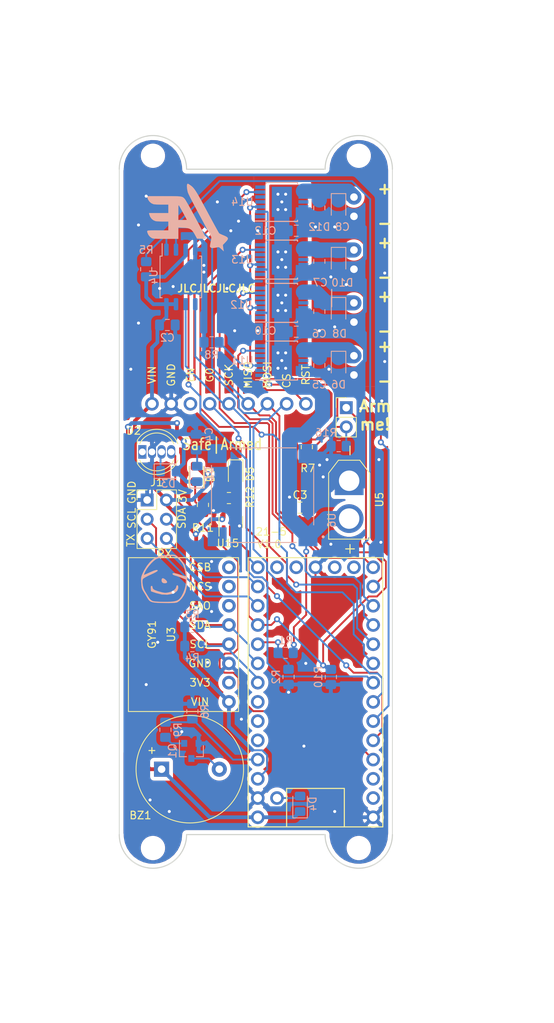
<source format=kicad_pcb>
(kicad_pcb (version 20171130) (host pcbnew 5.1.10)
  (layers (0 F.Cu signal) (31 B.Cu signal) (34 B.Paste user) (35 F.Paste user) (36 B.SilkS user) (37 F.SilkS user) (38 B.Mask user) (39 F.Mask user) (44 Edge.Cuts user))
  (net 0 "")
  (net 1 5V)
  (net 2 "Net-(BZ1-Pad2)")
  (net 3 GND)
  (net 4 3V3)
  (net 5 12V)
  (net 6 "Net-(C5-Pad2)")
  (net 7 "Net-(C6-Pad2)")
  (net 8 "Net-(C7-Pad2)")
  (net 9 "Net-(C8-Pad2)")
  (net 10 RGB)
  (net 11 "Net-(D4-Pad2)")
  (net 12 /UNSAFE-P-EN)
  (net 13 /SCK)
  (net 14 /MISO)
  (net 15 /MOSI)
  (net 16 /SDA)
  (net 17 /SCL)
  (net 18 /BUZZ)
  (net 19 /BAT-READ)
  (net 20 /FLASH-CS)
  (net 21 "Net-(R8-Pad2)")
  (net 22 /P-EN)
  (net 23 /P-IN-4)
  (net 24 /P-IN-3)
  (net 25 /P-IN-2)
  (net 26 /P-IN-1)
  (net 27 /RF-RST)
  (net 28 /RF-G0)
  (net 29 /RF-CS)
  (net 30 "Net-(D2-Pad3)")
  (net 31 /EXT-RX)
  (net 32 /EXT-TX)
  (net 33 "Net-(Q1-Pad1)")
  (net 34 "Net-(R16-Pad1)")
  (net 35 "Net-(C4-Pad1)")
  (net 36 "Net-(D5-Pad2)")
  (net 37 "Net-(D5-Pad1)")
  (net 38 "Net-(D7-Pad1)")
  (module custom:aesir_square (layer B.Cu) (at 130.429 71.882 180)
    (fp_text reference G*** hide)
    (fp_text value LOGO hide)
  )
  (module custom:SC-74-a (layer F.Cu) (at 136.144 112.141 90)
    (fp_text reference U15 (at -2.794 -0.381 180) (layer F.SilkS))
    (fp_text value buffer)
    (pad 5 smd roundrect (at 1.1375 -0.95 90) (size 1.425 0.5) (layers F.Cu F.Paste F.Mask) (net 4 3V3))
    (pad 4 smd roundrect (at 1.1375 0.95 90) (size 1.425 0.5) (layers F.Cu F.Paste F.Mask) (net 36 "Net-(D5-Pad2)"))
    (pad 3 smd roundrect (at -1.1375 0.95 90) (size 1.425 0.5) (layers F.Cu F.Paste F.Mask) (net 3 GND))
    (pad 2 smd roundrect (at -1.1375 0 90) (size 1.425 0.5) (layers F.Cu F.Paste F.Mask) (net 12 /UNSAFE-P-EN))
    (pad 1 smd roundrect (at -1.1375 -0.95 90) (size 1.425 0.5) (layers F.Cu F.Paste F.Mask))
  )
  (module Resistor_SMD:R_0805_2012Metric_Pad1.20x1.40mm_HandSolder (layer F.Cu) (at 135.89 108.966)
    (fp_text reference R12 (at 2.794 -0.127 90) (layer F.SilkS))
    (fp_text value 400)
    (pad 2 smd roundrect (at 1 0) (size 1.2 1.4) (layers F.Cu F.Paste F.Mask) (roundrect_rratio 0.208333) (net 36 "Net-(D5-Pad2)"))
    (pad 1 smd roundrect (at -1 0) (size 1.2 1.4) (layers F.Cu F.Paste F.Mask) (roundrect_rratio 0.208333) (net 38 "Net-(D7-Pad1)"))
  )
  (module Resistor_SMD:R_0805_2012Metric_Pad1.20x1.40mm_HandSolder (layer F.Cu) (at 132.461 109.871 90)
    (fp_text reference R11 (at -3.032 0 180) (layer F.SilkS))
    (fp_text value 400)
    (pad 2 smd roundrect (at 1 0 90) (size 1.2 1.4) (layers F.Cu F.Paste F.Mask) (roundrect_rratio 0.208333) (net 37 "Net-(D5-Pad1)"))
    (pad 1 smd roundrect (at -1 0 90) (size 1.2 1.4) (layers F.Cu F.Paste F.Mask) (roundrect_rratio 0.208333) (net 3 GND))
  )
  (module Resistor_SMD:R_0805_2012Metric_Pad1.20x1.40mm_HandSolder (layer B.Cu) (at 149.352 132.604 270)
    (fp_text reference R10 (at 0 1.65 90) (layer B.SilkS) (effects (justify mirror)))
    (fp_text value 10k)
    (pad 2 smd roundrect (at 1 0 270) (size 1.2 1.4) (layers B.Cu B.Paste B.Mask) (roundrect_rratio 0.208333) (net 3 GND))
    (pad 1 smd roundrect (at -1 0 270) (size 1.2 1.4) (layers B.Cu B.Paste B.Mask) (roundrect_rratio 0.208333) (net 12 /UNSAFE-P-EN))
  )
  (module LED_SMD:LED_0805_2012Metric_Pad1.15x1.40mm_HandSolder (layer F.Cu) (at 131.572 105.782 90)
    (fp_text reference D7 (at -0.136 1.905 90) (layer F.SilkS))
    (fp_text value SAFE)
    (pad 2 smd roundrect (at 1.025 0 90) (size 1.15 1.4) (layers F.Cu F.Paste F.Mask) (roundrect_rratio 0.217391) (net 4 3V3))
    (pad 1 smd roundrect (at -1.025 0 90) (size 1.15 1.4) (layers F.Cu F.Paste F.Mask) (roundrect_rratio 0.217391) (net 38 "Net-(D7-Pad1)"))
  )
  (module LED_SMD:LED_0805_2012Metric_Pad1.15x1.40mm_HandSolder (layer F.Cu) (at 136.779 105.782 270)
    (fp_text reference D5 (at 0 -1.905 270) (layer F.SilkS))
    (fp_text value ARMED)
    (pad 2 smd roundrect (at 1.025 0 270) (size 1.15 1.4) (layers F.Cu F.Paste F.Mask) (roundrect_rratio 0.217391) (net 36 "Net-(D5-Pad2)"))
    (pad 1 smd roundrect (at -1.025 0 270) (size 1.15 1.4) (layers F.Cu F.Paste F.Mask) (roundrect_rratio 0.217391) (net 37 "Net-(D5-Pad1)"))
  )
  (module Diode_SMD:D_0805_2012Metric_Pad1.15x1.40mm_HandSolder (layer B.Cu) (at 131.699 105.782 90)
    (fp_text reference D1 (at 0 1.65 270) (layer B.SilkS) (effects (justify mirror)))
    (fp_text value D_Schottky)
    (pad 2 smd roundrect (at 1.025 0 90) (size 1.15 1.4) (layers B.Cu B.Paste B.Mask) (roundrect_rratio 0.217391) (net 35 "Net-(C4-Pad1)"))
    (pad 1 smd roundrect (at -1.025 0 90) (size 1.15 1.4) (layers B.Cu B.Paste B.Mask) (roundrect_rratio 0.217391) (net 1 5V))
  )
  (module Resistor_SMD:R_0805_2012Metric_Pad1.20x1.40mm_HandSolder (layer F.Cu) (at 146.177 102.235 90)
    (fp_text reference R7 (at -2.794 0.127 180) (layer F.SilkS))
    (fp_text value 4.7k)
    (pad 2 smd roundrect (at 1 0 90) (size 1.2 1.4) (layers F.Cu F.Paste F.Mask) (roundrect_rratio 0.208333) (net 22 /P-EN))
    (pad 1 smd roundrect (at -1 0 90) (size 1.2 1.4) (layers F.Cu F.Paste F.Mask) (roundrect_rratio 0.208333) (net 34 "Net-(R16-Pad1)"))
  )
  (module Resistor_SMD:R_0805_2012Metric_Pad1.20x1.40mm_HandSolder (layer B.Cu) (at 127.508 139.573 90)
    (fp_text reference R9 (at 0 1.65 270) (layer B.SilkS) (effects (justify mirror)))
    (fp_text value 2k)
    (pad 2 smd roundrect (at 1 0 90) (size 1.2 1.4) (layers B.Cu B.Paste B.Mask) (roundrect_rratio 0.208333) (net 18 /BUZZ))
    (pad 1 smd roundrect (at -1 0 90) (size 1.2 1.4) (layers B.Cu B.Paste B.Mask) (roundrect_rratio 0.208333) (net 33 "Net-(Q1-Pad1)"))
  )
  (module MountingHole:MountingHole_2.2mm_M2_ISO7380 (layer F.Cu) (at 153.035 155.194)
    (fp_text reference H5 hide)
    (fp_text value MountingHole)
    (pad 1 np_thru_hole circle (at 0 0) (size 2.2 2.2) (drill 2.2) (layers *.Cu *.Mask))
  )
  (module MountingHole:MountingHole_2.2mm_M2_ISO7380 (layer F.Cu) (at 125.857 155.194)
    (fp_text reference H4 hide)
    (fp_text value MountingHole)
    (pad 1 np_thru_hole circle (at 0 0) (size 2.2 2.2) (drill 2.2) (layers *.Cu *.Mask))
  )
  (module custom:avatar (layer B.Cu) (at 127.254 119.634 180)
    (fp_text reference H3 hide)
    (fp_text value Logo hide)
  )
  (module MountingHole:MountingHole_2.2mm_M2_ISO7380 (layer F.Cu) (at 153.035 63.754)
    (fp_text reference H2 hide)
    (fp_text value MountingHole)
    (pad 1 np_thru_hole circle (at 0 0) (size 2.2 2.2) (drill 2.2) (layers *.Cu *.Mask))
  )
  (module MountingHole:MountingHole_2.2mm_M2_ISO7380 (layer F.Cu) (at 125.857 63.754)
    (fp_text reference H1 hide)
    (fp_text value MountingHole)
    (pad 1 np_thru_hole circle (at 0 0) (size 2.2 2.2) (drill 2.2) (layers *.Cu *.Mask))
  )
  (module Resistor_SMD:R_0805_2012Metric_Pad1.20x1.40mm_HandSolder (layer B.Cu) (at 131.064 137.144 90)
    (fp_text reference R6 (at 0 1.65 90) (layer B.SilkS) (effects (justify mirror)))
    (fp_text value 10k)
    (pad 2 smd roundrect (at 1 0 90) (size 1.2 1.4) (layers B.Cu B.Paste B.Mask) (roundrect_rratio 0.208333) (net 3 GND))
    (pad 1 smd roundrect (at -1 0 90) (size 1.2 1.4) (layers B.Cu B.Paste B.Mask) (roundrect_rratio 0.208333) (net 18 /BUZZ))
  )
  (module Connector_AMASS:AMASS_XT30U-M_1x02_P5.0mm_Vertical (layer F.Cu) (at 151.765 106.68 270)
    (fp_text reference U5 (at 2.5 -4 90) (layer F.SilkS))
    (fp_text value xt-30)
    (fp_text user - (at -4 0 90) (layer F.SilkS) (effects (font (size 1.5 1.5))))
    (fp_text user + (at 9 0 90) (layer F.SilkS) (effects (font (size 1.5 1.5))))
    (pad 2 thru_hole circle (at 5 0 270) (size 3.8 3.8) (drill 2.7) (layers *.Cu *.Mask) (net 5 12V))
    (pad 1 thru_hole rect (at 0 0 270) (size 3.8 3.8) (drill 2.7) (layers *.Cu *.Mask) (net 3 GND))
  )
  (module custom:terminal-small (layer B.Cu) (at 153.67 69.85 90)
    (fp_text reference U9)
    (fp_text value terminal-2)
    (pad 2 thru_hole circle (at -6.35 -1.27 90) (size 1.8 1.8) (drill 1) (layers *.Cu *.Mask) (net 8 "Net-(C7-Pad2)"))
    (pad 1 thru_hole circle (at -8.89 -1.27 90) (size 1.8 1.8) (drill 1) (layers *.Cu *.Mask) (net 3 GND))
  )
  (module Package_SO:SOIC-8_5.275x5.275mm_P1.27mm (layer B.Cu) (at 129.54 79.756 270)
    (fp_text reference U4 (at 0 3.59 90) (layer B.SilkS) (effects (justify mirror)))
    (fp_text value W25Q128JV)
    (pad 8 smd roundrect (at 3.6 1.905 270) (size 1.6 0.6) (layers B.Cu B.Paste B.Mask) (net 4 3V3))
    (pad 7 smd roundrect (at 3.6 0.635 270) (size 1.6 0.6) (layers B.Cu B.Paste B.Mask) (net 4 3V3))
    (pad 6 smd roundrect (at 3.6 -0.635 270) (size 1.6 0.6) (layers B.Cu B.Paste B.Mask) (net 13 /SCK))
    (pad 5 smd roundrect (at 3.6 -1.905 270) (size 1.6 0.6) (layers B.Cu B.Paste B.Mask) (net 15 /MOSI))
    (pad 4 smd roundrect (at -3.6 -1.905 270) (size 1.6 0.6) (layers B.Cu B.Paste B.Mask) (net 3 GND))
    (pad 3 smd roundrect (at -3.6 -0.635 270) (size 1.6 0.6) (layers B.Cu B.Paste B.Mask) (net 4 3V3))
    (pad 2 smd roundrect (at -3.6 0.635 270) (size 1.6 0.6) (layers B.Cu B.Paste B.Mask) (net 14 /MISO))
    (pad 1 smd roundrect (at -3.6 1.905 270) (size 1.6 0.6) (layers B.Cu B.Paste B.Mask) (net 20 /FLASH-CS))
  )
  (module custom:Infineon_PG-TSDSO-14-22-bottom (layer B.Cu) (at 142.875 77.47)
    (fp_text reference U13 (at -5.207 0) (layer B.SilkS) (effects (justify mirror)))
    (fp_text value BTN7030-1EPA)
    (fp_poly (pts (xy 1.016 -1.524) (xy -1.016 -1.524) (xy -1.016 1.524) (xy 1.016 1.524)) (layer F.Cu) (width 0.1))
    (pad 15 thru_hole circle (at 0 0) (size 0.8 0.8) (drill 0.4) (layers *.Cu *.Mask) (net 5 12V))
    (pad 15 thru_hole circle (at -0.508 -1.016) (size 0.8 0.8) (drill 0.4) (layers *.Cu *.Mask) (net 5 12V))
    (pad 15 thru_hole circle (at 0.508 -1.016) (size 0.8 0.8) (drill 0.4) (layers *.Cu *.Mask) (net 5 12V))
    (pad 15 thru_hole circle (at 0.508 1.016) (size 0.8 0.8) (drill 0.4) (layers *.Cu *.Mask) (net 5 12V))
    (pad 15 thru_hole circle (at -0.508 1.016) (size 0.8 0.8) (drill 0.4) (layers *.Cu *.Mask) (net 5 12V))
    (pad 15 smd rect (at 0 0) (size 2.65 4) (layers B.Cu B.Mask) (net 5 12V))
    (pad 14 smd rect (at 2.85 1.95) (size 1.31 0.45) (layers B.Cu B.Paste B.Mask) (net 3 GND))
    (pad 13 smd rect (at 2.85 1.3) (size 1.31 0.45) (layers B.Cu B.Paste B.Mask) (net 3 GND))
    (pad 12 smd rect (at 2.85 0.65) (size 1.31 0.45) (layers B.Cu B.Paste B.Mask) (net 3 GND))
    (pad 11 smd rect (at 2.85 0) (size 1.31 0.45) (layers B.Cu B.Paste B.Mask))
    (pad 10 smd rect (at 2.85 -0.65) (size 1.31 0.45) (layers B.Cu B.Paste B.Mask) (net 8 "Net-(C7-Pad2)"))
    (pad 9 smd rect (at 2.85 -1.3) (size 1.31 0.45) (layers B.Cu B.Paste B.Mask) (net 8 "Net-(C7-Pad2)"))
    (pad 8 smd rect (at 2.85 -1.95) (size 1.31 0.45) (layers B.Cu B.Paste B.Mask) (net 8 "Net-(C7-Pad2)"))
    (pad 7 smd rect (at -2.85 -1.95) (size 1.31 0.45) (layers B.Cu B.Paste B.Mask))
    (pad 6 smd rect (at -2.85 -1.3) (size 1.31 0.45) (layers B.Cu B.Paste B.Mask) (net 24 /P-IN-3))
    (pad 5 smd rect (at -2.85 -0.65) (size 1.31 0.45) (layers B.Cu B.Paste B.Mask))
    (pad 4 smd rect (at -2.845 0) (size 1.31 0.45) (layers B.Cu B.Paste B.Mask))
    (pad 3 smd rect (at -2.85 0.65) (size 1.31 0.45) (layers B.Cu B.Paste B.Mask) (net 21 "Net-(R8-Pad2)"))
    (pad 2 smd rect (at -2.85 1.3) (size 1.31 0.45) (layers B.Cu B.Paste B.Mask) (net 22 /P-EN))
    (pad 1 smd rect (at -2.85 1.95) (size 1.31 0.45) (layers B.Cu B.Paste B.Mask))
  )
  (module custom:Infineon_PG-TSDSO-14-22-bottom (layer B.Cu) (at 142.875 69.85)
    (fp_text reference U14 (at -5.207 0) (layer B.SilkS) (effects (justify mirror)))
    (fp_text value BTN7030-1EPA)
    (fp_poly (pts (xy 1.016 -1.524) (xy -1.016 -1.524) (xy -1.016 1.524) (xy 1.016 1.524)) (layer F.Cu) (width 0.1))
    (pad 15 thru_hole circle (at 0 0) (size 0.8 0.8) (drill 0.4) (layers *.Cu *.Mask) (net 5 12V))
    (pad 15 thru_hole circle (at -0.508 -1.016) (size 0.8 0.8) (drill 0.4) (layers *.Cu *.Mask) (net 5 12V))
    (pad 15 thru_hole circle (at 0.508 -1.016) (size 0.8 0.8) (drill 0.4) (layers *.Cu *.Mask) (net 5 12V))
    (pad 15 thru_hole circle (at 0.508 1.016) (size 0.8 0.8) (drill 0.4) (layers *.Cu *.Mask) (net 5 12V))
    (pad 15 thru_hole circle (at -0.508 1.016) (size 0.8 0.8) (drill 0.4) (layers *.Cu *.Mask) (net 5 12V))
    (pad 15 smd rect (at 0 0) (size 2.65 4) (layers B.Cu B.Mask) (net 5 12V))
    (pad 14 smd rect (at 2.85 1.95) (size 1.31 0.45) (layers B.Cu B.Paste B.Mask) (net 3 GND))
    (pad 13 smd rect (at 2.85 1.3) (size 1.31 0.45) (layers B.Cu B.Paste B.Mask) (net 3 GND))
    (pad 12 smd rect (at 2.85 0.65) (size 1.31 0.45) (layers B.Cu B.Paste B.Mask) (net 3 GND))
    (pad 11 smd rect (at 2.85 0) (size 1.31 0.45) (layers B.Cu B.Paste B.Mask))
    (pad 10 smd rect (at 2.85 -0.65) (size 1.31 0.45) (layers B.Cu B.Paste B.Mask) (net 9 "Net-(C8-Pad2)"))
    (pad 9 smd rect (at 2.85 -1.3) (size 1.31 0.45) (layers B.Cu B.Paste B.Mask) (net 9 "Net-(C8-Pad2)"))
    (pad 8 smd rect (at 2.85 -1.95) (size 1.31 0.45) (layers B.Cu B.Paste B.Mask) (net 9 "Net-(C8-Pad2)"))
    (pad 7 smd rect (at -2.85 -1.95) (size 1.31 0.45) (layers B.Cu B.Paste B.Mask))
    (pad 6 smd rect (at -2.85 -1.3) (size 1.31 0.45) (layers B.Cu B.Paste B.Mask) (net 23 /P-IN-4))
    (pad 5 smd rect (at -2.85 -0.65) (size 1.31 0.45) (layers B.Cu B.Paste B.Mask))
    (pad 4 smd rect (at -2.845 0) (size 1.31 0.45) (layers B.Cu B.Paste B.Mask))
    (pad 3 smd rect (at -2.85 0.65) (size 1.31 0.45) (layers B.Cu B.Paste B.Mask) (net 21 "Net-(R8-Pad2)"))
    (pad 2 smd rect (at -2.85 1.3) (size 1.31 0.45) (layers B.Cu B.Paste B.Mask) (net 22 /P-EN))
    (pad 1 smd rect (at -2.85 1.95) (size 1.31 0.45) (layers B.Cu B.Paste B.Mask))
  )
  (module custom:Infineon_PG-TSDSO-14-22-bottom (layer B.Cu) (at 142.875 83.185)
    (fp_text reference U12 (at -5.334 0.254) (layer B.SilkS) (effects (justify mirror)))
    (fp_text value BTN7030-1EPA)
    (fp_poly (pts (xy 1.016 -1.524) (xy -1.016 -1.524) (xy -1.016 1.524) (xy 1.016 1.524)) (layer F.Cu) (width 0.1))
    (pad 15 thru_hole circle (at 0 0) (size 0.8 0.8) (drill 0.4) (layers *.Cu *.Mask) (net 5 12V))
    (pad 15 thru_hole circle (at -0.508 -1.016) (size 0.8 0.8) (drill 0.4) (layers *.Cu *.Mask) (net 5 12V))
    (pad 15 thru_hole circle (at 0.508 -1.016) (size 0.8 0.8) (drill 0.4) (layers *.Cu *.Mask) (net 5 12V))
    (pad 15 thru_hole circle (at 0.508 1.016) (size 0.8 0.8) (drill 0.4) (layers *.Cu *.Mask) (net 5 12V))
    (pad 15 thru_hole circle (at -0.508 1.016) (size 0.8 0.8) (drill 0.4) (layers *.Cu *.Mask) (net 5 12V))
    (pad 15 smd rect (at 0 0) (size 2.65 4) (layers B.Cu B.Mask) (net 5 12V))
    (pad 14 smd rect (at 2.85 1.95) (size 1.31 0.45) (layers B.Cu B.Paste B.Mask) (net 3 GND))
    (pad 13 smd rect (at 2.85 1.3) (size 1.31 0.45) (layers B.Cu B.Paste B.Mask) (net 3 GND))
    (pad 12 smd rect (at 2.85 0.65) (size 1.31 0.45) (layers B.Cu B.Paste B.Mask) (net 3 GND))
    (pad 11 smd rect (at 2.85 0) (size 1.31 0.45) (layers B.Cu B.Paste B.Mask))
    (pad 10 smd rect (at 2.85 -0.65) (size 1.31 0.45) (layers B.Cu B.Paste B.Mask) (net 7 "Net-(C6-Pad2)"))
    (pad 9 smd rect (at 2.85 -1.3) (size 1.31 0.45) (layers B.Cu B.Paste B.Mask) (net 7 "Net-(C6-Pad2)"))
    (pad 8 smd rect (at 2.85 -1.95) (size 1.31 0.45) (layers B.Cu B.Paste B.Mask) (net 7 "Net-(C6-Pad2)"))
    (pad 7 smd rect (at -2.85 -1.95) (size 1.31 0.45) (layers B.Cu B.Paste B.Mask))
    (pad 6 smd rect (at -2.85 -1.3) (size 1.31 0.45) (layers B.Cu B.Paste B.Mask) (net 25 /P-IN-2))
    (pad 5 smd rect (at -2.85 -0.65) (size 1.31 0.45) (layers B.Cu B.Paste B.Mask))
    (pad 4 smd rect (at -2.845 0) (size 1.31 0.45) (layers B.Cu B.Paste B.Mask))
    (pad 3 smd rect (at -2.85 0.65) (size 1.31 0.45) (layers B.Cu B.Paste B.Mask) (net 21 "Net-(R8-Pad2)"))
    (pad 2 smd rect (at -2.85 1.3) (size 1.31 0.45) (layers B.Cu B.Paste B.Mask) (net 22 /P-EN))
    (pad 1 smd rect (at -2.85 1.95) (size 1.31 0.45) (layers B.Cu B.Paste B.Mask))
  )
  (module custom:Infineon_PG-TSDSO-14-22-bottom (layer B.Cu) (at 142.875 90.805)
    (fp_text reference U11 (at -5.207 0) (layer B.SilkS) (effects (justify mirror)))
    (fp_text value BTN7030-1EPA)
    (fp_poly (pts (xy 1.016 -1.524) (xy -1.016 -1.524) (xy -1.016 1.524) (xy 1.016 1.524)) (layer F.Cu) (width 0.1))
    (pad 15 thru_hole circle (at 0 0) (size 0.8 0.8) (drill 0.4) (layers *.Cu *.Mask) (net 5 12V))
    (pad 15 thru_hole circle (at -0.508 -1.016) (size 0.8 0.8) (drill 0.4) (layers *.Cu *.Mask) (net 5 12V))
    (pad 15 thru_hole circle (at 0.508 -1.016) (size 0.8 0.8) (drill 0.4) (layers *.Cu *.Mask) (net 5 12V))
    (pad 15 thru_hole circle (at 0.508 1.016) (size 0.8 0.8) (drill 0.4) (layers *.Cu *.Mask) (net 5 12V))
    (pad 15 thru_hole circle (at -0.508 1.016) (size 0.8 0.8) (drill 0.4) (layers *.Cu *.Mask) (net 5 12V))
    (pad 15 smd rect (at 0 0) (size 2.65 4) (layers B.Cu B.Mask) (net 5 12V))
    (pad 14 smd rect (at 2.85 1.95) (size 1.31 0.45) (layers B.Cu B.Paste B.Mask) (net 3 GND))
    (pad 13 smd rect (at 2.85 1.3) (size 1.31 0.45) (layers B.Cu B.Paste B.Mask) (net 3 GND))
    (pad 12 smd rect (at 2.85 0.65) (size 1.31 0.45) (layers B.Cu B.Paste B.Mask) (net 3 GND))
    (pad 11 smd rect (at 2.85 0) (size 1.31 0.45) (layers B.Cu B.Paste B.Mask))
    (pad 10 smd rect (at 2.85 -0.65) (size 1.31 0.45) (layers B.Cu B.Paste B.Mask) (net 6 "Net-(C5-Pad2)"))
    (pad 9 smd rect (at 2.85 -1.3) (size 1.31 0.45) (layers B.Cu B.Paste B.Mask) (net 6 "Net-(C5-Pad2)"))
    (pad 8 smd rect (at 2.85 -1.95) (size 1.31 0.45) (layers B.Cu B.Paste B.Mask) (net 6 "Net-(C5-Pad2)"))
    (pad 7 smd rect (at -2.85 -1.95) (size 1.31 0.45) (layers B.Cu B.Paste B.Mask))
    (pad 6 smd rect (at -2.85 -1.3) (size 1.31 0.45) (layers B.Cu B.Paste B.Mask) (net 26 /P-IN-1))
    (pad 5 smd rect (at -2.85 -0.65) (size 1.31 0.45) (layers B.Cu B.Paste B.Mask))
    (pad 4 smd rect (at -2.845 0) (size 1.31 0.45) (layers B.Cu B.Paste B.Mask))
    (pad 3 smd rect (at -2.85 0.65) (size 1.31 0.45) (layers B.Cu B.Paste B.Mask) (net 21 "Net-(R8-Pad2)"))
    (pad 2 smd rect (at -2.85 1.3) (size 1.31 0.45) (layers B.Cu B.Paste B.Mask) (net 22 /P-EN))
    (pad 1 smd rect (at -2.85 1.95) (size 1.31 0.45) (layers B.Cu B.Paste B.Mask))
  )
  (module custom:Adafruit-RFM69 (layer F.Cu) (at 135.89 96.52)
    (fp_text reference U2)
    (fp_text value RFM69HCW)
    (fp_text user VIN (at -10.16 -3.81 270) (layer F.SilkS))
    (fp_text user GND (at -7.62 -3.81 90) (layer F.SilkS))
    (fp_text user EN (at -5.08 -3.81 90) (layer F.SilkS))
    (fp_text user G0 (at -2.54 -3.81 90) (layer F.SilkS))
    (fp_text user SCK (at 0 -3.81 90) (layer F.SilkS))
    (fp_text user MISO (at 2.54 -3.81 90) (layer F.SilkS))
    (fp_text user MOSI (at 5.08 -3.81 270) (layer F.SilkS))
    (fp_text user CS (at 7.62 -3.048 270) (layer F.SilkS))
    (fp_text user RST (at 10.16 -3.81 270) (layer F.SilkS))
    (pad 1 thru_hole circle (at -10.16 0) (size 1.8 1.8) (drill 1.1) (layers *.Cu *.Mask) (net 4 3V3))
    (pad 2 thru_hole circle (at -7.62 0) (size 1.8 1.8) (drill 1.1) (layers *.Cu *.Mask) (net 3 GND))
    (pad 3 thru_hole circle (at -5.08 0) (size 1.8 1.8) (drill 1.1) (layers *.Cu *.Mask))
    (pad 4 thru_hole circle (at -2.54 0) (size 1.8 1.8) (drill 1.1) (layers *.Cu *.Mask) (net 28 /RF-G0))
    (pad 5 thru_hole circle (at 0 0) (size 1.8 1.8) (drill 1.1) (layers *.Cu *.Mask) (net 13 /SCK))
    (pad 6 thru_hole circle (at 2.54 0) (size 1.8 1.8) (drill 1.1) (layers *.Cu *.Mask) (net 14 /MISO))
    (pad 7 thru_hole circle (at 5.08 0) (size 1.8 1.8) (drill 1.1) (layers *.Cu *.Mask) (net 15 /MOSI))
    (pad 8 thru_hole circle (at 7.62 0) (size 1.8 1.8) (drill 1.1) (layers *.Cu *.Mask) (net 29 /RF-CS))
    (pad 9 thru_hole circle (at 10.16 0) (size 1.8 1.8) (drill 1.1) (layers *.Cu *.Mask) (net 27 /RF-RST))
  )
  (module Diode_SMD:D_0805_2012Metric_Pad1.15x1.40mm_HandSolder (layer B.Cu) (at 150.368 91.44 270)
    (fp_text reference D6 (at 2.54 0 180) (layer B.SilkS) (effects (justify mirror)))
    (fp_text value D_TVS)
    (pad 2 smd roundrect (at 1.025 0 270) (size 1.15 1.4) (layers B.Cu B.Paste B.Mask) (roundrect_rratio 0.217391) (net 3 GND))
    (pad 1 smd roundrect (at -1.025 0 270) (size 1.15 1.4) (layers B.Cu B.Paste B.Mask) (roundrect_rratio 0.217391) (net 6 "Net-(C5-Pad2)"))
  )
  (module custom:ws2812-through-hole-5mm (layer F.Cu) (at 124.46 102.87)
    (fp_text reference D2 (at -1.143 -2.794) (layer F.SilkS))
    (fp_text value WS2812B)
    (pad 4 thru_hole oval (at 3.81 0) (size 1.07 1.8) (drill 0.9) (layers *.Cu *.Mask) (net 10 RGB))
    (pad 3 thru_hole oval (at 2.54 0) (size 1.07 1.8) (drill 0.9) (layers *.Cu *.Mask) (net 30 "Net-(D2-Pad3)"))
    (pad 1 thru_hole oval (at 1.27 0) (size 1.07 1.8) (drill 0.9) (layers *.Cu *.Mask) (net 3 GND))
    (pad 2 thru_hole rect (at 0 0) (size 1.07 1.8) (drill 0.9) (layers *.Cu *.Mask))
  )
  (module Connector_PinHeader_2.54mm:PinHeader_2x03_P2.54mm_Vertical (layer F.Cu) (at 125.095 109.22)
    (fp_text reference J1 (at 1.27 -2.33) (layer F.SilkS))
    (fp_text value Conn_02x03_Counter_Clockwise)
    (pad 6 thru_hole oval (at 2.54 5.08) (size 1.7 1.7) (drill 1) (layers *.Cu *.Mask) (net 31 /EXT-RX))
    (pad 5 thru_hole oval (at 0 5.08) (size 1.7 1.7) (drill 1) (layers *.Cu *.Mask) (net 32 /EXT-TX))
    (pad 4 thru_hole oval (at 2.54 2.54) (size 1.7 1.7) (drill 1) (layers *.Cu *.Mask) (net 16 /SDA))
    (pad 3 thru_hole oval (at 0 2.54) (size 1.7 1.7) (drill 1) (layers *.Cu *.Mask) (net 17 /SCL))
    (pad 2 thru_hole oval (at 2.54 0) (size 1.7 1.7) (drill 1) (layers *.Cu *.Mask) (net 4 3V3))
    (pad 1 thru_hole rect (at 0 0) (size 1.7 1.7) (drill 1) (layers *.Cu *.Mask) (net 3 GND))
  )
  (module Resistor_SMD:R_0805_2012Metric_Pad1.20x1.40mm_HandSolder (layer B.Cu) (at 143.383 129.413 180)
    (fp_text reference R1 (at 0 1.65 180) (layer B.SilkS) (effects (justify mirror)))
    (fp_text value 6k)
    (pad 2 smd roundrect (at 1 0 180) (size 1.2 1.4) (layers B.Cu B.Paste B.Mask) (roundrect_rratio 0.208333) (net 19 /BAT-READ))
    (pad 1 smd roundrect (at -1 0 180) (size 1.2 1.4) (layers B.Cu B.Paste B.Mask) (roundrect_rratio 0.208333) (net 5 12V))
  )
  (module custom:terminal-small (layer B.Cu) (at 153.67 62.865 90)
    (fp_text reference U10)
    (fp_text value terminal-2)
    (pad 2 thru_hole circle (at -6.35 -1.27 90) (size 1.8 1.8) (drill 1) (layers *.Cu *.Mask) (net 9 "Net-(C8-Pad2)"))
    (pad 1 thru_hole circle (at -8.89 -1.27 90) (size 1.8 1.8) (drill 1) (layers *.Cu *.Mask) (net 3 GND))
  )
  (module custom:terminal-small (layer B.Cu) (at 153.67 76.835 90)
    (fp_text reference U8)
    (fp_text value terminal-2)
    (fp_text user - (at -5.715 -4.445 -90) (layer B.SilkS) (effects (font (size 3 3)) (justify mirror)))
    (pad 2 thru_hole circle (at -6.35 -1.27 90) (size 1.8 1.8) (drill 1) (layers *.Cu *.Mask) (net 7 "Net-(C6-Pad2)"))
    (pad 1 thru_hole circle (at -8.89 -1.27 90) (size 1.8 1.8) (drill 1) (layers *.Cu *.Mask) (net 3 GND))
  )
  (module custom:terminal-small (layer B.Cu) (at 153.67 83.82 90)
    (fp_text reference U7)
    (fp_text value terminal-2)
    (pad 2 thru_hole circle (at -6.35 -1.27 90) (size 1.8 1.8) (drill 1) (layers *.Cu *.Mask) (net 6 "Net-(C5-Pad2)"))
    (pad 1 thru_hole circle (at -8.89 -1.27 90) (size 1.8 1.8) (drill 1) (layers *.Cu *.Mask) (net 3 GND))
  )
  (module custom:VXO7805-500-M (layer B.Cu) (at 140.335 108.585 90)
    (fp_text reference U6 (at -3.325 9.135 90) (layer B.SilkS) (effects (justify mirror)))
    (fp_text value VXO7805-500-M)
    (pad 1 smd rect (at -5.5 6 90) (size 2.5 2.5) (layers B.Cu B.Paste B.Mask) (net 5 12V))
    (pad 2 smd rect (at 5.5 6 90) (size 2.5 2.5) (layers B.Cu B.Paste B.Mask) (net 3 GND))
    (pad 3 smd rect (at 5.5 -6 90) (size 2.5 2.5) (layers B.Cu B.Paste B.Mask) (net 35 "Net-(C4-Pad1)"))
    (pad 4 smd rect (at -5.5 -6 90) (size 2.5 2.5) (layers B.Cu B.Paste B.Mask))
  )
  (module custom:GY91 (layer F.Cu) (at 134.62 127 90)
    (fp_text reference U3 (at 0 -6.35 90) (layer F.SilkS))
    (fp_text value GY91 (at 0 -8.89 90) (layer F.SilkS))
    (fp_text user CSB (at 8.89 -2.54) (layer F.SilkS))
    (fp_text user NCS (at 6.35 -2.54) (layer F.SilkS))
    (fp_text user SAO (at 3.81 -2.54) (layer F.SilkS))
    (fp_text user SDA (at 1.27 -2.54) (layer F.SilkS))
    (fp_text user SCL (at -1.27 -2.54) (layer F.SilkS))
    (fp_text user GND (at -3.81 -2.54) (layer F.SilkS))
    (fp_text user 3V3 (at -6.35 -2.54) (layer F.SilkS))
    (fp_text user VIN (at -8.89 -2.54) (layer F.SilkS))
    (pad 8 thru_hole circle (at 8.89 1.27 90) (size 1.8 1.8) (drill 1) (layers *.Cu *.Mask))
    (pad 7 thru_hole circle (at 6.35 1.27 90) (size 1.8 1.8) (drill 1) (layers *.Cu *.Mask))
    (pad 6 thru_hole circle (at 3.81 1.27 90) (size 1.8 1.8) (drill 1) (layers *.Cu *.Mask))
    (pad 5 thru_hole circle (at 1.27 1.27 90) (size 1.8 1.8) (drill 1) (layers *.Cu *.Mask) (net 16 /SDA))
    (pad 4 thru_hole circle (at -1.27 1.27 90) (size 1.8 1.8) (drill 1) (layers *.Cu *.Mask) (net 17 /SCL))
    (pad 3 thru_hole circle (at -3.81 1.27 90) (size 1.8 1.8) (drill 1) (layers *.Cu *.Mask) (net 3 GND))
    (pad 2 thru_hole circle (at -6.35 1.27 90) (size 1.8 1.8) (drill 1) (layers *.Cu *.Mask))
    (pad 1 thru_hole circle (at -8.89 1.27 90) (size 1.8 1.8) (drill 1) (layers *.Cu *.Mask) (net 4 3V3))
  )
  (module custom:teensy4 (layer F.Cu) (at 147.32 134.62 90)
    (fp_text reference U1 hide)
    (fp_text value teensy4)
    (pad 17 thru_hole circle (at 16.51 0 90) (size 1.8 1.8) (drill 1.1) (layers *.Cu *.Mask) (net 3 GND))
    (pad 18 thru_hole circle (at 16.51 -2.54 90) (size 1.8 1.8) (drill 1.1) (layers *.Cu *.Mask))
    (pad 19 thru_hole circle (at 16.51 -5.08 90) (size 1.8 1.8) (drill 1.1) (layers *.Cu *.Mask))
    (pad 20 thru_hole circle (at 16.51 -7.62 90) (size 1.8 1.8) (drill 1.1) (layers *.Cu *.Mask) (net 13 /SCK))
    (pad 16 thru_hole circle (at 16.51 2.54 90) (size 1.8 1.8) (drill 1.1) (layers *.Cu *.Mask))
    (pad 15 thru_hole circle (at 16.51 5.08 90) (size 1.8 1.8) (drill 1.1) (layers *.Cu *.Mask))
    (pad 14 thru_hole circle (at 16.51 7.62 90) (size 1.8 1.8) (drill 1.1) (layers *.Cu *.Mask) (net 14 /MISO))
    (pad 21 thru_hole circle (at 13.97 -7.62 90) (size 1.8 1.8) (drill 1.1) (layers *.Cu *.Mask) (net 31 /EXT-RX))
    (pad 22 thru_hole circle (at 11.43 -7.62 90) (size 1.8 1.8) (drill 1.1) (layers *.Cu *.Mask) (net 32 /EXT-TX))
    (pad 23 thru_hole circle (at 8.89 -7.62 90) (size 1.8 1.8) (drill 1.1) (layers *.Cu *.Mask) (net 12 /UNSAFE-P-EN))
    (pad 24 thru_hole circle (at 6.35 -7.62 90) (size 1.8 1.8) (drill 1.1) (layers *.Cu *.Mask) (net 19 /BAT-READ))
    (pad 25 thru_hole circle (at 3.81 -7.62 90) (size 1.8 1.8) (drill 1.1) (layers *.Cu *.Mask) (net 16 /SDA))
    (pad 26 thru_hole circle (at 1.27 -7.62 90) (size 1.8 1.8) (drill 1.1) (layers *.Cu *.Mask) (net 17 /SCL))
    (pad 27 thru_hole circle (at -1.27 -7.62 90) (size 1.8 1.8) (drill 1.1) (layers *.Cu *.Mask))
    (pad 28 thru_hole circle (at -3.81 -7.62 90) (size 1.8 1.8) (drill 1.1) (layers *.Cu *.Mask))
    (pad 29 thru_hole circle (at -6.35 -7.62 90) (size 1.8 1.8) (drill 1.1) (layers *.Cu *.Mask))
    (pad 30 thru_hole circle (at -8.89 -7.62 90) (size 1.8 1.8) (drill 1.1) (layers *.Cu *.Mask) (net 18 /BUZZ))
    (pad 31 thru_hole circle (at -11.43 -7.62 90) (size 1.8 1.8) (drill 1.1) (layers *.Cu *.Mask) (net 4 3V3))
    (pad 32 thru_hole circle (at -13.97 -7.62 90) (size 1.8 1.8) (drill 1.1) (layers *.Cu *.Mask) (net 3 GND))
    (pad 33 thru_hole circle (at -16.51 -7.62 90) (size 1.8 1.8) (drill 1.1) (layers *.Cu *.Mask) (net 1 5V))
    (pad 34 thru_hole circle (at -13.97 -5.08 90) (size 1.8 1.8) (drill 1.1) (layers *.Cu *.Mask) (net 11 "Net-(D4-Pad2)"))
    (pad 13 thru_hole circle (at 13.97 7.62 90) (size 1.8 1.8) (drill 1.1) (layers *.Cu *.Mask) (net 15 /MOSI))
    (pad 12 thru_hole circle (at 11.43 7.62 90) (size 1.8 1.8) (drill 1.1) (layers *.Cu *.Mask) (net 20 /FLASH-CS))
    (pad 11 thru_hole circle (at 8.89 7.62 90) (size 1.8 1.8) (drill 1.1) (layers *.Cu *.Mask) (net 26 /P-IN-1))
    (pad 10 thru_hole circle (at 6.35 7.62 90) (size 1.8 1.8) (drill 1.1) (layers *.Cu *.Mask) (net 25 /P-IN-2))
    (pad 9 thru_hole circle (at 3.81 7.62 90) (size 1.8 1.8) (drill 1.1) (layers *.Cu *.Mask) (net 24 /P-IN-3))
    (pad 8 thru_hole circle (at 1.27 7.62 90) (size 1.8 1.8) (drill 1.1) (layers *.Cu *.Mask) (net 23 /P-IN-4))
    (pad 7 thru_hole circle (at -1.27 7.62 90) (size 1.8 1.8) (drill 1.1) (layers *.Cu *.Mask) (net 29 /RF-CS))
    (pad 6 thru_hole circle (at -3.81 7.62 90) (size 1.8 1.8) (drill 1.1) (layers *.Cu *.Mask) (net 27 /RF-RST))
    (pad 5 thru_hole circle (at -6.35 7.62 90) (size 1.8 1.8) (drill 1.1) (layers *.Cu *.Mask) (net 28 /RF-G0))
    (pad 4 thru_hole circle (at -8.89 7.62 90) (size 1.8 1.8) (drill 1.1) (layers *.Cu *.Mask) (net 10 RGB))
    (pad 3 thru_hole circle (at -11.43 7.62 90) (size 1.8 1.8) (drill 1.1) (layers *.Cu *.Mask))
    (pad 2 thru_hole circle (at -13.97 7.62 90) (size 1.8 1.8) (drill 1.1) (layers *.Cu *.Mask))
    (pad 1 thru_hole circle (at -16.51 7.62 90) (size 1.8 1.8) (drill 1.1) (layers *.Cu *.Mask) (net 3 GND))
  )
  (module Connector_PinHeader_2.54mm:PinHeader_1x02_P2.54mm_Vertical (layer F.Cu) (at 151.384 97.028)
    (fp_text reference SW1 hide)
    (fp_text value SW_DPST_x2)
    (pad 2 thru_hole oval (at 0 2.54) (size 1.7 1.7) (drill 1) (layers *.Cu *.Mask) (net 34 "Net-(R16-Pad1)"))
    (pad 1 thru_hole rect (at 0 0) (size 1.7 1.7) (drill 1) (layers *.Cu *.Mask) (net 12 /UNSAFE-P-EN))
  )
  (module Resistor_SMD:R_0805_2012Metric_Pad1.20x1.40mm_HandSolder (layer B.Cu) (at 150.384 102.108 180)
    (fp_text reference R16 (at 1.667 1.778 180) (layer B.SilkS) (effects (justify mirror)))
    (fp_text value 10k)
    (pad 2 smd roundrect (at 1 0 180) (size 1.2 1.4) (layers B.Cu B.Paste B.Mask) (roundrect_rratio 0.208333) (net 3 GND))
    (pad 1 smd roundrect (at -1 0 180) (size 1.2 1.4) (layers B.Cu B.Paste B.Mask) (roundrect_rratio 0.208333) (net 34 "Net-(R16-Pad1)"))
  )
  (module Resistor_SMD:R_0805_2012Metric_Pad1.20x1.40mm_HandSolder (layer B.Cu) (at 133.604 88.392)
    (fp_text reference R8 (at 0 1.65) (layer B.SilkS) (effects (justify mirror)))
    (fp_text value 10k)
    (pad 2 smd roundrect (at 1 0) (size 1.2 1.4) (layers B.Cu B.Paste B.Mask) (roundrect_rratio 0.208333) (net 21 "Net-(R8-Pad2)"))
    (pad 1 smd roundrect (at -1 0) (size 1.2 1.4) (layers B.Cu B.Paste B.Mask) (roundrect_rratio 0.208333) (net 3 GND))
  )
  (module Resistor_SMD:R_0805_2012Metric_Pad1.20x1.40mm_HandSolder (layer B.Cu) (at 124.968 78.74 90)
    (fp_text reference R5 (at 2.556 0) (layer B.SilkS) (effects (justify mirror)))
    (fp_text value 10k)
    (pad 2 smd roundrect (at 1 0 90) (size 1.2 1.4) (layers B.Cu B.Paste B.Mask) (roundrect_rratio 0.208333) (net 20 /FLASH-CS))
    (pad 1 smd roundrect (at -1 0 90) (size 1.2 1.4) (layers B.Cu B.Paste B.Mask) (roundrect_rratio 0.208333) (net 4 3V3))
  )
  (module Resistor_SMD:R_0805_2012Metric_Pad1.20x1.40mm_HandSolder (layer B.Cu) (at 131.064 128.524 180)
    (fp_text reference R4 (at 0 -1.524) (layer B.SilkS) (effects (justify mirror)))
    (fp_text value 4.7k)
    (pad 2 smd roundrect (at 1 0 180) (size 1.2 1.4) (layers B.Cu B.Paste B.Mask) (roundrect_rratio 0.208333) (net 4 3V3))
    (pad 1 smd roundrect (at -1 0 180) (size 1.2 1.4) (layers B.Cu B.Paste B.Mask) (roundrect_rratio 0.208333) (net 17 /SCL))
  )
  (module Resistor_SMD:R_0805_2012Metric_Pad1.20x1.40mm_HandSolder (layer B.Cu) (at 131.064 125.984 180)
    (fp_text reference R3 (at 0 1.65) (layer B.SilkS) (effects (justify mirror)))
    (fp_text value 4.7k)
    (pad 2 smd roundrect (at 1 0 180) (size 1.2 1.4) (layers B.Cu B.Paste B.Mask) (roundrect_rratio 0.208333) (net 4 3V3))
    (pad 1 smd roundrect (at -1 0 180) (size 1.2 1.4) (layers B.Cu B.Paste B.Mask) (roundrect_rratio 0.208333) (net 16 /SDA))
  )
  (module Resistor_SMD:R_0805_2012Metric_Pad1.20x1.40mm_HandSolder (layer B.Cu) (at 143.764 132.588 270)
    (fp_text reference R2 (at 0 1.65 270) (layer B.SilkS) (effects (justify mirror)))
    (fp_text value 2k)
    (pad 2 smd roundrect (at 1 0 270) (size 1.2 1.4) (layers B.Cu B.Paste B.Mask) (roundrect_rratio 0.208333) (net 3 GND))
    (pad 1 smd roundrect (at -1 0 270) (size 1.2 1.4) (layers B.Cu B.Paste B.Mask) (roundrect_rratio 0.208333) (net 19 /BAT-READ))
  )
  (module Package_TO_SOT_SMD:SOT-23 (layer B.Cu) (at 130.937 142.367 270)
    (fp_text reference Q1 (at 0 2.5 90) (layer B.SilkS) (effects (justify mirror)))
    (fp_text value Q_NPN)
    (pad 3 smd rect (at 1 0 270) (size 0.9 0.8) (layers B.Cu B.Paste B.Mask) (net 2 "Net-(BZ1-Pad2)"))
    (pad 2 smd rect (at -1 -0.95 270) (size 0.9 0.8) (layers B.Cu B.Paste B.Mask) (net 3 GND))
    (pad 1 smd rect (at -1 0.95 270) (size 0.9 0.8) (layers B.Cu B.Paste B.Mask) (net 33 "Net-(Q1-Pad1)"))
  )
  (module Diode_SMD:D_0805_2012Metric_Pad1.15x1.40mm_HandSolder (layer B.Cu) (at 150.368 70.612 270)
    (fp_text reference D12 (at 2.54 2.54 180) (layer B.SilkS) (effects (justify mirror)))
    (fp_text value D_TVS)
    (pad 2 smd roundrect (at 1.025 0 270) (size 1.15 1.4) (layers B.Cu B.Paste B.Mask) (roundrect_rratio 0.217391) (net 3 GND))
    (pad 1 smd roundrect (at -1.025 0 270) (size 1.15 1.4) (layers B.Cu B.Paste B.Mask) (roundrect_rratio 0.217391) (net 9 "Net-(C8-Pad2)"))
  )
  (module Diode_SMD:D_0805_2012Metric_Pad1.15x1.40mm_HandSolder (layer B.Cu) (at 150.368 77.715 270)
    (fp_text reference D10 (at 2.803 -0.508 180) (layer B.SilkS) (effects (justify mirror)))
    (fp_text value D_TVS)
    (pad 2 smd roundrect (at 1.025 0 270) (size 1.15 1.4) (layers B.Cu B.Paste B.Mask) (roundrect_rratio 0.217391) (net 3 GND))
    (pad 1 smd roundrect (at -1.025 0 270) (size 1.15 1.4) (layers B.Cu B.Paste B.Mask) (roundrect_rratio 0.217391) (net 8 "Net-(C7-Pad2)"))
  )
  (module Diode_SMD:D_0805_2012Metric_Pad1.15x1.40mm_HandSolder (layer B.Cu) (at 150.368 84.328 270)
    (fp_text reference D8 (at 2.921 -0.127) (layer B.SilkS) (effects (justify mirror)))
    (fp_text value D_TVS)
    (pad 2 smd roundrect (at 1.025 0 270) (size 1.15 1.4) (layers B.Cu B.Paste B.Mask) (roundrect_rratio 0.217391) (net 3 GND))
    (pad 1 smd roundrect (at -1.025 0 270) (size 1.15 1.4) (layers B.Cu B.Paste B.Mask) (roundrect_rratio 0.217391) (net 7 "Net-(C6-Pad2)"))
  )
  (module Diode_SMD:D_0805_2012Metric_Pad1.15x1.40mm_HandSolder (layer B.Cu) (at 145.288 149.352 90)
    (fp_text reference D4 (at 0 1.65 90) (layer B.SilkS) (effects (justify mirror)))
    (fp_text value D_Schottky)
    (pad 2 smd roundrect (at 1.025 0 90) (size 1.15 1.4) (layers B.Cu B.Paste B.Mask) (roundrect_rratio 0.217391) (net 11 "Net-(D4-Pad2)"))
    (pad 1 smd roundrect (at -1.025 0 90) (size 1.15 1.4) (layers B.Cu B.Paste B.Mask) (roundrect_rratio 0.217391) (net 1 5V))
  )
  (module Diode_SMD:D_0805_2012Metric_Pad1.15x1.40mm_HandSolder (layer B.Cu) (at 127.889 105.41)
    (fp_text reference D3 (at 0 1.65) (layer B.SilkS) (effects (justify mirror)))
    (fp_text value D_Schottky)
    (pad 2 smd roundrect (at 1.025 0) (size 1.15 1.4) (layers B.Cu B.Paste B.Mask) (roundrect_rratio 0.217391) (net 1 5V))
    (pad 1 smd roundrect (at -1.025 0) (size 1.15 1.4) (layers B.Cu B.Paste B.Mask) (roundrect_rratio 0.217391) (net 30 "Net-(D2-Pad3)"))
  )
  (module Capacitor_SMD:C_0805_2012Metric_Pad1.18x1.45mm_HandSolder (layer B.Cu) (at 144.78 73.66 180)
    (fp_text reference C12 (at 4.064 0) (layer B.SilkS) (effects (justify mirror)))
    (fp_text value 100n)
    (pad 2 smd roundrect (at 1.0375 0 180) (size 1.175 1.45) (layers B.Cu B.Paste B.Mask) (roundrect_rratio 0.212766) (net 5 12V))
    (pad 1 smd roundrect (at -1.0375 0 180) (size 1.175 1.45) (layers B.Cu B.Paste B.Mask) (roundrect_rratio 0.212766) (net 3 GND))
  )
  (module Capacitor_SMD:C_0805_2012Metric_Pad1.18x1.45mm_HandSolder (layer B.Cu) (at 144.78 86.995 180)
    (fp_text reference C10 (at 4.064 0.127) (layer B.SilkS) (effects (justify mirror)))
    (fp_text value 100n)
    (pad 2 smd roundrect (at 1.0375 0 180) (size 1.175 1.45) (layers B.Cu B.Paste B.Mask) (roundrect_rratio 0.212766) (net 5 12V))
    (pad 1 smd roundrect (at -1.0375 0 180) (size 1.175 1.45) (layers B.Cu B.Paste B.Mask) (roundrect_rratio 0.212766) (net 3 GND))
  )
  (module Capacitor_SMD:C_0805_2012Metric_Pad1.18x1.45mm_HandSolder (layer B.Cu) (at 147.828 70.6335 90)
    (fp_text reference C8 (at -2.5185 3.048) (layer B.SilkS) (effects (justify mirror)))
    (fp_text value 100n)
    (pad 2 smd roundrect (at 1.0375 0 90) (size 1.175 1.45) (layers B.Cu B.Paste B.Mask) (roundrect_rratio 0.212766) (net 9 "Net-(C8-Pad2)"))
    (pad 1 smd roundrect (at -1.0375 0 90) (size 1.175 1.45) (layers B.Cu B.Paste B.Mask) (roundrect_rratio 0.212766) (net 3 GND))
  )
  (module Capacitor_SMD:C_0805_2012Metric_Pad1.18x1.45mm_HandSolder (layer B.Cu) (at 147.828 77.7025 90)
    (fp_text reference C7 (at -2.794 0.127) (layer B.SilkS) (effects (justify mirror)))
    (fp_text value 100n)
    (pad 2 smd roundrect (at 1.0375 0 90) (size 1.175 1.45) (layers B.Cu B.Paste B.Mask) (roundrect_rratio 0.212766) (net 8 "Net-(C7-Pad2)"))
    (pad 1 smd roundrect (at -1.0375 0 90) (size 1.175 1.45) (layers B.Cu B.Paste B.Mask) (roundrect_rratio 0.212766) (net 3 GND))
  )
  (module Capacitor_SMD:C_0805_2012Metric_Pad1.18x1.45mm_HandSolder (layer B.Cu) (at 147.828 84.328 90)
    (fp_text reference C6 (at -2.921 0) (layer B.SilkS) (effects (justify mirror)))
    (fp_text value 100n)
    (pad 2 smd roundrect (at 1.0375 0 90) (size 1.175 1.45) (layers B.Cu B.Paste B.Mask) (roundrect_rratio 0.212766) (net 7 "Net-(C6-Pad2)"))
    (pad 1 smd roundrect (at -1.0375 0 90) (size 1.175 1.45) (layers B.Cu B.Paste B.Mask) (roundrect_rratio 0.212766) (net 3 GND))
  )
  (module Capacitor_SMD:C_0805_2012Metric_Pad1.18x1.45mm_HandSolder (layer B.Cu) (at 147.828 91.44 90)
    (fp_text reference C5 (at -2.54 0 180) (layer B.SilkS) (effects (justify mirror)))
    (fp_text value 100n)
    (pad 2 smd roundrect (at 1.0375 0 90) (size 1.175 1.45) (layers B.Cu B.Paste B.Mask) (roundrect_rratio 0.212766) (net 6 "Net-(C5-Pad2)"))
    (pad 1 smd roundrect (at -1.0375 0 90) (size 1.175 1.45) (layers B.Cu B.Paste B.Mask) (roundrect_rratio 0.212766) (net 3 GND))
  )
  (module Capacitor_SMD:C_0805_2012Metric_Pad1.18x1.45mm_HandSolder (layer B.Cu) (at 131.572 101.5785 90)
    (fp_text reference C4 (at 0.9945 1.68 270) (layer B.SilkS) (effects (justify mirror)))
    (fp_text value 10uF)
    (pad 2 smd roundrect (at 1.0375 0 90) (size 1.175 1.45) (layers B.Cu B.Paste B.Mask) (roundrect_rratio 0.212766) (net 3 GND))
    (pad 1 smd roundrect (at -1.0375 0 90) (size 1.175 1.45) (layers B.Cu B.Paste B.Mask) (roundrect_rratio 0.212766) (net 35 "Net-(C4-Pad1)"))
  )
  (module Capacitor_SMD:C_0805_2012Metric_Pad1.18x1.45mm_HandSolder (layer F.Cu) (at 145.288 110.236)
    (fp_text reference C3 (at 0 -1.68 180) (layer F.SilkS))
    (fp_text value 20uF)
    (pad 2 smd roundrect (at 1.0375 0) (size 1.175 1.45) (layers F.Cu F.Paste F.Mask) (roundrect_rratio 0.212766) (net 3 GND))
    (pad 1 smd roundrect (at -1.0375 0) (size 1.175 1.45) (layers F.Cu F.Paste F.Mask) (roundrect_rratio 0.212766) (net 5 12V))
  )
  (module Capacitor_SMD:C_0805_2012Metric_Pad1.18x1.45mm_HandSolder (layer B.Cu) (at 127.762 86.106)
    (fp_text reference C2 (at 0 1.68) (layer B.SilkS) (effects (justify mirror)))
    (fp_text value 100pF)
    (pad 1 smd roundrect (at -1.0375 0) (size 1.175 1.45) (layers B.Cu B.Paste B.Mask) (roundrect_rratio 0.212766) (net 4 3V3))
    (pad 2 smd roundrect (at 1.0375 0) (size 1.175 1.45) (layers B.Cu B.Paste B.Mask) (roundrect_rratio 0.212766) (net 3 GND))
  )
  (module custom:buzzer (layer F.Cu) (at 125.73 144.78)
    (fp_text reference BZ1 (at -1.524 6.096) (layer F.SilkS))
    (fp_text value Buzzer)
    (fp_text user + (at -0.01 -2.54) (layer F.SilkS))
    (pad 1 thru_hole rect (at 1.27 0) (size 2 2) (drill 1) (layers *.Cu *.Mask) (net 1 5V))
    (pad 2 thru_hole circle (at 8.89 0) (size 2 2) (drill 1) (layers *.Cu *.Mask) (net 2 "Net-(BZ1-Pad2)"))
  )
  (gr_arc (start 153.035 153.416) (end 148.59 153.416) (angle -180) (layer Edge.Cuts) (width 0.15))
  (gr_arc (start 125.857 153.416) (end 121.412 153.416) (angle -180) (layer Edge.Cuts) (width 0.15))
  (gr_arc (start 153.035 65.532) (end 157.48 65.532) (angle -180) (layer Edge.Cuts) (width 0.15))
  (gr_arc (start 125.857 65.532) (end 130.302 65.532) (angle -180) (layer Edge.Cuts) (width 0.15))
  (gr_text SDA (at 129.667 111.633 90) (layer F.SilkS) (effects (font (size 1 1))))
  (gr_text TX (at 122.936 114.554 90) (layer F.SilkS) (effects (font (size 1 1))))
  (gr_text GND (at 123.063 108.204 90) (layer F.SilkS) (effects (font (size 1 1))))
  (gr_text RX (at 127.381 116.332) (layer F.SilkS) (effects (font (size 1 1))))
  (gr_text SCL (at 123.063 111.633 90) (layer F.SilkS) (effects (font (size 1 1))))
  (gr_text 3V (at 129.794 108.712 90) (layer F.SilkS) (effects (font (size 1 1))))
  (gr_text JLCJLCJLCJLC (at 134.239 81.28) (layer F.SilkS) (effects (font (size 1 1) (thickness 0.2))))
  (gr_text V1.0 (at 141.224 115.062) (layer F.SilkS) (effects (font (size 1 1))))
  (gr_text 21-5 (at 141.478 113.411) (layer F.SilkS) (effects (font (size 1 1))))
  (gr_line (start 148.59 153.416) (end 130.302 153.416) (layer Edge.Cuts) (width 0.15))
  (gr_line (start 130.302 65.532) (end 148.59 65.532) (layer Edge.Cuts) (width 0.15))
  (gr_text + (at 156.464 88.9) (layer F.SilkS) (effects (font (size 1.5 1.5) (thickness 0.3))))
  (gr_text - (at 156.464 93.472) (layer F.SilkS) (effects (font (size 1.5 1.5) (thickness 0.3))))
  (gr_text + (at 156.464 82.296) (layer F.SilkS) (effects (font (size 1.5 1.5) (thickness 0.3))))
  (gr_text - (at 156.464 86.868) (layer F.SilkS) (effects (font (size 1.5 1.5) (thickness 0.3))))
  (gr_text + (at 156.464 75.184) (layer F.SilkS) (effects (font (size 1.5 1.5) (thickness 0.3))))
  (gr_text - (at 156.464 79.756) (layer F.SilkS) (effects (font (size 1.5 1.5) (thickness 0.3))))
  (gr_text - (at 156.464 72.644) (layer F.SilkS) (effects (font (size 1.5 1.5) (thickness 0.3))))
  (gr_text + (at 156.464 68.072) (layer F.SilkS) (effects (font (size 1.5 1.5) (thickness 0.3))))
  (gr_text "Arm\nme!" (at 155.194 98.044) (layer F.SilkS) (effects (font (size 1.5 1.5) (thickness 0.3))))
  (gr_text Safe|Armed (at 135.001 101.854) (layer F.SilkS) (effects (font (size 1.5 1.2) (thickness 0.2))))
  (gr_line (start 121.412 65.532) (end 121.412 134.62) (layer Edge.Cuts) (width 0.1))
  (gr_line (start 157.48 153.416) (end 157.48 65.532) (layer Edge.Cuts) (width 0.1))
  (gr_line (start 121.412 134.62) (end 121.412 153.416) (layer Edge.Cuts) (width 0.1))
  (via (at 137.287 112.649) (size 0.8) (drill 0.4) (layers F.Cu B.Cu) (net 3))
  (segment (start 144.535 151.13) (end 145.288 150.377) (width 0.5) (layer B.Cu) (net 1))
  (segment (start 139.7 151.13) (end 144.535 151.13) (width 0.5) (layer B.Cu) (net 1))
  (via (at 122.555 99.568) (size 0.8) (drill 0.4) (layers F.Cu B.Cu) (net 1))
  (segment (start 129.032 99.06) (end 129.032 99.06) (width 0.5) (layer B.Cu) (net 1))
  (via (at 129.032 99.06) (size 0.8) (drill 0.4) (layers F.Cu B.Cu) (net 1))
  (via (at 129.921 101.473) (size 0.8) (drill 0.4) (layers F.Cu B.Cu) (net 1))
  (segment (start 129.032 99.06) (end 129.032 100.584) (width 0.5) (layer F.Cu) (net 1))
  (segment (start 123.063 99.06) (end 122.555 99.568) (width 0.5) (layer B.Cu) (net 1))
  (segment (start 129.032 99.06) (end 123.063 99.06) (width 0.5) (layer B.Cu) (net 1))
  (segment (start 122.555 141.835) (end 125.5 144.78) (width 0.5) (layer F.Cu) (net 1))
  (segment (start 125.5 144.78) (end 127 144.78) (width 0.5) (layer F.Cu) (net 1))
  (segment (start 122.555 99.568) (end 122.555 141.835) (width 0.5) (layer F.Cu) (net 1))
  (segment (start 133.35 151.13) (end 127 144.78) (width 0.5) (layer B.Cu) (net 1))
  (segment (start 139.7 151.13) (end 133.35 151.13) (width 0.5) (layer B.Cu) (net 1))
  (segment (start 129.921 101.473) (end 129.032 100.584) (width 0.5) (layer F.Cu) (net 1))
  (segment (start 130.311 106.807) (end 128.914 105.41) (width 0.5) (layer B.Cu) (net 1))
  (segment (start 131.699 106.807) (end 130.311 106.807) (width 0.5) (layer B.Cu) (net 1))
  (segment (start 129.921 104.403) (end 129.921 101.473) (width 0.5) (layer B.Cu) (net 1))
  (segment (start 128.914 105.41) (end 129.921 104.403) (width 0.5) (layer B.Cu) (net 1))
  (segment (start 133.207 143.367) (end 134.62 144.78) (width 0.25) (layer B.Cu) (net 2))
  (segment (start 130.937 143.367) (end 133.207 143.367) (width 0.25) (layer B.Cu) (net 2))
  (via (at 143.764 134.62) (size 0.8) (drill 0.4) (layers F.Cu B.Cu) (net 3))
  (segment (start 154.94 151.13) (end 148.84802 151.13) (width 0.5) (layer B.Cu) (net 3))
  (segment (start 148.84802 151.13) (end 147.19501 149.47699) (width 0.5) (layer B.Cu) (net 3))
  (segment (start 147.19501 149.47699) (end 147.19501 138.05101) (width 0.5) (layer B.Cu) (net 3))
  (segment (start 147.19501 138.05101) (end 143.764 134.62) (width 0.5) (layer B.Cu) (net 3))
  (segment (start 147.32 85.4925) (end 145.8175 86.995) (width 0.5) (layer B.Cu) (net 3))
  (segment (start 149.225 85.4925) (end 147.32 85.4925) (width 0.5) (layer B.Cu) (net 3))
  (segment (start 152.1675 85.4925) (end 152.4 85.725) (width 0.5) (layer B.Cu) (net 3))
  (segment (start 149.225 85.4925) (end 152.1675 85.4925) (width 0.5) (layer B.Cu) (net 3))
  (segment (start 145.725 85.135) (end 145.725 83.860001) (width 0.5) (layer B.Cu) (net 3))
  (segment (start 146.0825 85.4925) (end 145.725 85.135) (width 0.5) (layer B.Cu) (net 3))
  (segment (start 147.32 85.4925) (end 146.0825 85.4925) (width 0.5) (layer B.Cu) (net 3))
  (segment (start 145.725 79.42) (end 145.725 78.145001) (width 0.5) (layer B.Cu) (net 3))
  (segment (start 145.725 71.8) (end 145.725 70.525001) (width 0.5) (layer B.Cu) (net 3))
  (segment (start 145.755 71.12) (end 145.725 71.15) (width 0.5) (layer B.Cu) (net 3))
  (segment (start 145.725 92.755) (end 145.725 91.480001) (width 0.5) (layer B.Cu) (net 3))
  (segment (start 148.66 105.41) (end 147.863 104.613) (width 0.5) (layer B.Cu) (net 3))
  (segment (start 151.765 105.41) (end 148.66 105.41) (width 0.5) (layer B.Cu) (net 3))
  (segment (start 146.14 92.71) (end 152.4 92.71) (width 0.5) (layer B.Cu) (net 3))
  (segment (start 146.095 92.755) (end 146.14 92.71) (width 0.5) (layer B.Cu) (net 3))
  (segment (start 145.725 92.755) (end 146.095 92.755) (width 0.5) (layer B.Cu) (net 3))
  (segment (start 152.355 71.8) (end 152.4 71.755) (width 0.5) (layer B.Cu) (net 3))
  (segment (start 145.725 71.8) (end 152.355 71.8) (width 0.5) (layer B.Cu) (net 3))
  (segment (start 152.37 78.77) (end 152.4 78.74) (width 0.5) (layer B.Cu) (net 3))
  (segment (start 145.725 78.77) (end 152.37 78.77) (width 0.5) (layer B.Cu) (net 3))
  (segment (start 147.5655 78.77) (end 147.828 78.5075) (width 0.5) (layer B.Cu) (net 3))
  (segment (start 145.725 78.77) (end 147.5655 78.77) (width 0.5) (layer B.Cu) (net 3))
  (segment (start 153.299999 103.875001) (end 151.765 105.41) (width 0.5) (layer B.Cu) (net 3))
  (segment (start 153.299999 93.609999) (end 153.299999 94.350001) (width 0.5) (layer B.Cu) (net 3))
  (segment (start 152.4 92.71) (end 153.299999 93.609999) (width 0.5) (layer B.Cu) (net 3))
  (segment (start 147.32 118.11) (end 147.506002 118.11) (width 0.25) (layer B.Cu) (net 3))
  (segment (start 125.73 108.585) (end 125.73 102.87) (width 0.25) (layer B.Cu) (net 3))
  (segment (start 125.095 109.22) (end 125.73 108.585) (width 0.25) (layer B.Cu) (net 3))
  (segment (start 139.7 147.863002) (end 139.7 148.59) (width 0.25) (layer B.Cu) (net 3))
  (segment (start 128.524 88.392) (end 128.524 88.9) (width 0.25) (layer B.Cu) (net 3))
  (segment (start 147.32 129.524) (end 146.042 130.802) (width 0.25) (layer F.Cu) (net 3))
  (segment (start 147.32 118.11) (end 147.32 129.524) (width 0.25) (layer F.Cu) (net 3))
  (segment (start 131.445 74.431) (end 130.175 74.431) (width 0.5) (layer B.Cu) (net 3))
  (segment (start 134.570001 149.855001) (end 133.67 148.955) (width 0.5) (layer B.Cu) (net 3))
  (segment (start 138.434999 149.855001) (end 134.570001 149.855001) (width 0.5) (layer B.Cu) (net 3))
  (segment (start 139.7 148.59) (end 138.434999 149.855001) (width 0.5) (layer B.Cu) (net 3))
  (segment (start 142.888001 149.940001) (end 141.050001 149.940001) (width 0.5) (layer B.Cu) (net 3))
  (segment (start 143.476002 149.352) (end 142.888001 149.940001) (width 0.5) (layer B.Cu) (net 3))
  (segment (start 146.027966 149.352) (end 143.476002 149.352) (width 0.5) (layer B.Cu) (net 3))
  (segment (start 146.152956 149.47699) (end 146.027966 149.352) (width 0.5) (layer B.Cu) (net 3))
  (segment (start 141.050001 149.940001) (end 139.7 148.59) (width 0.5) (layer B.Cu) (net 3))
  (segment (start 147.19501 149.47699) (end 146.152956 149.47699) (width 0.5) (layer B.Cu) (net 3))
  (segment (start 145.725 73.5675) (end 145.8175 73.66) (width 0.5) (layer B.Cu) (net 3))
  (segment (start 145.725 71.8) (end 145.725 73.5675) (width 0.5) (layer B.Cu) (net 3))
  (segment (start 153.850008 90.770614) (end 153.850008 87.175008) (width 0.5) (layer B.Cu) (net 3))
  (segment (start 152.4 92.220622) (end 153.850008 90.770614) (width 0.5) (layer B.Cu) (net 3))
  (segment (start 153.850008 87.175008) (end 152.4 85.725) (width 0.5) (layer B.Cu) (net 3))
  (segment (start 152.4 92.71) (end 152.4 92.220622) (width 0.5) (layer B.Cu) (net 3))
  (segment (start 153.85001 80.19001) (end 152.4 78.74) (width 0.5) (layer B.Cu) (net 3))
  (segment (start 153.85001 84.27499) (end 153.85001 80.19001) (width 0.5) (layer B.Cu) (net 3))
  (segment (start 152.4 85.725) (end 153.85001 84.27499) (width 0.5) (layer B.Cu) (net 3))
  (segment (start 153.85001 73.20501) (end 152.4 71.755) (width 0.5) (layer B.Cu) (net 3))
  (segment (start 153.85001 77.28999) (end 153.85001 73.20501) (width 0.5) (layer B.Cu) (net 3))
  (segment (start 152.4 78.74) (end 153.85001 77.28999) (width 0.5) (layer B.Cu) (net 3))
  (segment (start 128.27 88.646) (end 128.524 88.392) (width 0.5) (layer B.Cu) (net 3))
  (segment (start 128.27 96.52) (end 128.27 88.646) (width 0.5) (layer B.Cu) (net 3))
  (segment (start 131.572 99.822) (end 128.27 96.52) (width 0.5) (layer B.Cu) (net 3))
  (segment (start 131.572 100.541) (end 131.572 99.822) (width 0.5) (layer B.Cu) (net 3))
  (segment (start 127.570986 100.541) (end 131.572 100.541) (width 0.5) (layer B.Cu) (net 3))
  (segment (start 126.01499 102.096996) (end 127.570986 100.541) (width 0.5) (layer B.Cu) (net 3))
  (segment (start 126.01499 102.58501) (end 126.01499 102.096996) (width 0.5) (layer B.Cu) (net 3))
  (segment (start 125.73 102.87) (end 126.01499 102.58501) (width 0.5) (layer B.Cu) (net 3))
  (segment (start 149.522 107.653) (end 151.765 105.41) (width 0.5) (layer F.Cu) (net 3))
  (segment (start 146.304 107.653) (end 149.522 107.653) (width 0.5) (layer F.Cu) (net 3))
  (segment (start 125.73 99.06) (end 128.27 96.52) (width 0.5) (layer F.Cu) (net 3))
  (segment (start 125.73 102.87) (end 125.73 99.06) (width 0.5) (layer F.Cu) (net 3))
  (via (at 128.524 121.412) (size 0.8) (drill 0.4) (layers F.Cu B.Cu) (net 3))
  (via (at 139.7 86.868) (size 0.8) (drill 0.4) (layers F.Cu B.Cu) (net 3))
  (segment (start 139.7 86.868) (end 136.652 86.868) (width 0.5) (layer B.Cu) (net 3))
  (segment (start 136.652 86.868) (end 136.652 86.868) (width 0.5) (layer B.Cu) (net 3))
  (via (at 136.652 86.868) (size 0.8) (drill 0.4) (layers F.Cu B.Cu) (net 3))
  (via (at 135.636 81.28) (size 0.8) (drill 0.4) (layers F.Cu B.Cu) (net 3))
  (via (at 146.042 130.802) (size 0.8) (drill 0.4) (layers F.Cu B.Cu) (net 3))
  (via (at 155.956 114.808) (size 0.8) (drill 0.4) (layers F.Cu B.Cu) (net 3))
  (via (at 145.796 141.732) (size 0.8) (drill 0.4) (layers F.Cu B.Cu) (net 3))
  (via (at 149.86 150.368) (size 0.8) (drill 0.4) (layers F.Cu B.Cu) (net 3))
  (via (at 128.016 150.368) (size 0.8) (drill 0.4) (layers F.Cu B.Cu) (net 3))
  (via (at 125.476 148.844) (size 0.8) (drill 0.4) (layers F.Cu B.Cu) (net 3))
  (via (at 124.968 133.604) (size 0.8) (drill 0.4) (layers F.Cu B.Cu) (net 3))
  (via (at 126.492 128.016) (size 0.8) (drill 0.4) (layers F.Cu B.Cu) (net 3))
  (via (at 122.936 91.948) (size 0.8) (drill 0.4) (layers F.Cu B.Cu) (net 3))
  (via (at 123.952 85.852) (size 0.8) (drill 0.4) (layers F.Cu B.Cu) (net 3))
  (via (at 124.968 69.088) (size 0.8) (drill 0.4) (layers F.Cu B.Cu) (net 3))
  (via (at 136.144 73.66) (size 0.8) (drill 0.4) (layers F.Cu B.Cu) (net 3))
  (via (at 149.352 79.756) (size 0.8) (drill 0.4) (layers F.Cu B.Cu) (net 3))
  (via (at 149.86 73.152) (size 0.8) (drill 0.4) (layers F.Cu B.Cu) (net 3))
  (via (at 149.86 86.36) (size 0.8) (drill 0.4) (layers F.Cu B.Cu) (net 3))
  (via (at 147.828 86.868) (size 0.8) (drill 0.4) (layers F.Cu B.Cu) (net 3))
  (via (at 151.384 80.772) (size 0.8) (drill 0.4) (layers F.Cu B.Cu) (net 3))
  (via (at 147.32 73.152) (size 0.8) (drill 0.4) (layers F.Cu B.Cu) (net 3))
  (segment (start 148.407 103.085) (end 149.384 102.108) (width 0.5) (layer B.Cu) (net 3))
  (segment (start 146.335 103.085) (end 148.407 103.085) (width 0.5) (layer B.Cu) (net 3))
  (segment (start 151.765 105.41) (end 151.765 105.537) (width 0.5) (layer B.Cu) (net 3))
  (segment (start 151.765 105.537) (end 149.352 107.95) (width 0.5) (layer B.Cu) (net 3))
  (segment (start 151.765 105.41) (end 150.622 105.41) (width 0.5) (layer B.Cu) (net 3))
  (segment (start 150.622 105.41) (end 149.606 106.426) (width 0.5) (layer B.Cu) (net 3))
  (segment (start 149.606 106.426) (end 149.098 106.426) (width 0.5) (layer B.Cu) (net 3))
  (segment (start 147.863 104.613) (end 146.335 103.085) (width 0.5) (layer B.Cu) (net 3))
  (via (at 147.863 104.613) (size 0.8) (drill 0.4) (layers F.Cu B.Cu) (net 3))
  (via (at 148.336 106.172) (size 0.8) (drill 0.4) (layers F.Cu B.Cu) (net 3))
  (via (at 148.844 103.886) (size 0.8) (drill 0.4) (layers F.Cu B.Cu) (net 3))
  (via (at 149.352 115.062) (size 0.8) (drill 0.4) (layers F.Cu B.Cu) (net 3))
  (via (at 155.702 103.886) (size 0.8) (drill 0.4) (layers F.Cu B.Cu) (net 3))
  (segment (start 153.299999 94.350001) (end 153.299999 96.128001) (width 0.5) (layer B.Cu) (net 3))
  (segment (start 153.299999 96.128001) (end 153.299999 97.144001) (width 0.5) (layer B.Cu) (net 3))
  (via (at 123.952 72.898) (size 0.8) (drill 0.4) (layers F.Cu B.Cu) (net 3))
  (via (at 134.366 69.85) (size 0.8) (drill 0.4) (layers F.Cu B.Cu) (net 3))
  (via (at 135.89 91.948) (size 0.8) (drill 0.4) (layers F.Cu B.Cu) (net 3))
  (via (at 138.176 93.98) (size 0.8) (drill 0.4) (layers F.Cu B.Cu) (net 3))
  (segment (start 151.765 105.41) (end 151.765 103.886) (width 0.5) (layer B.Cu) (net 3))
  (segment (start 151.765 103.886) (end 152.654 102.997) (width 0.5) (layer B.Cu) (net 3))
  (segment (start 152.654 102.997) (end 153.416 102.997) (width 0.5) (layer B.Cu) (net 3))
  (segment (start 153.416 102.997) (end 153.543 103.124) (width 0.5) (layer B.Cu) (net 3))
  (via (at 149.098 91.948) (size 0.8) (drill 0.4) (layers F.Cu B.Cu) (net 3))
  (via (at 139.7 73.66) (size 0.8) (drill 0.4) (layers F.Cu B.Cu) (net 3))
  (via (at 133.604 123.952) (size 0.8) (drill 0.4) (layers F.Cu B.Cu) (net 3))
  (via (at 133.604 117.348) (size 0.8) (drill 0.4) (layers F.Cu B.Cu) (net 3))
  (via (at 156.464 90.932) (size 0.8) (drill 0.4) (layers F.Cu B.Cu) (net 3))
  (via (at 156.464 79.248) (size 0.8) (drill 0.4) (layers F.Cu B.Cu) (net 3))
  (via (at 156.083 96.139) (size 0.8) (drill 0.4) (layers F.Cu B.Cu) (net 3))
  (segment (start 153.299999 97.144001) (end 153.299999 103.875001) (width 0.5) (layer B.Cu) (net 3))
  (via (at 153.299999 97.144001) (size 0.8) (drill 0.4) (layers F.Cu B.Cu) (net 3))
  (via (at 132.588 79.121) (size 0.8) (drill 0.4) (layers F.Cu B.Cu) (net 3))
  (via (at 132.588 78.232) (size 0.8) (drill 0.4) (layers F.Cu B.Cu) (net 3))
  (via (at 137.16 72.39) (size 0.8) (drill 0.4) (layers F.Cu B.Cu) (net 3))
  (via (at 128.524 81.026) (size 0.8) (drill 0.4) (layers F.Cu B.Cu) (net 3))
  (via (at 126.746 81.28) (size 0.8) (drill 0.4) (layers F.Cu B.Cu) (net 3))
  (via (at 133.096 130.683) (size 0.8) (drill 0.4) (layers F.Cu B.Cu) (net 3))
  (via (at 137.541 138.176) (size 0.8) (drill 0.4) (layers F.Cu B.Cu) (net 3))
  (via (at 133.477 120.777) (size 0.8) (drill 0.4) (layers F.Cu B.Cu) (net 3))
  (via (at 129.667 139.827) (size 0.8) (drill 0.4) (layers F.Cu B.Cu) (net 3))
  (segment (start 151.638 106.68) (end 148.844 103.886) (width 0.5) (layer F.Cu) (net 3))
  (segment (start 151.765 106.68) (end 151.638 106.68) (width 0.5) (layer F.Cu) (net 3))
  (segment (start 149.93 106.68) (end 147.863 104.613) (width 0.5) (layer F.Cu) (net 3))
  (segment (start 151.765 106.68) (end 149.93 106.68) (width 0.5) (layer F.Cu) (net 3))
  (via (at 133.858 110.617) (size 0.8) (drill 0.4) (layers F.Cu B.Cu) (net 3))
  (segment (start 140.925001 144.824999) (end 139.7 146.05) (width 0.25) (layer B.Cu) (net 4))
  (segment (start 140.925001 142.921999) (end 140.925001 144.824999) (width 0.25) (layer B.Cu) (net 4))
  (segment (start 139.201997 142.284999) (end 140.288001 142.284999) (width 0.25) (layer B.Cu) (net 4))
  (segment (start 135.89 138.973002) (end 139.201997 142.284999) (width 0.25) (layer B.Cu) (net 4))
  (segment (start 140.288001 142.284999) (end 140.925001 142.921999) (width 0.25) (layer B.Cu) (net 4))
  (segment (start 135.89 135.89) (end 135.89 138.973002) (width 0.25) (layer B.Cu) (net 4))
  (segment (start 124.968 79.74) (end 124.968 82.414) (width 0.5) (layer B.Cu) (net 4))
  (segment (start 126.449 86.267) (end 127.635 85.081) (width 0.5) (layer B.Cu) (net 4))
  (segment (start 126.449 88.392) (end 126.449 86.267) (width 0.5) (layer B.Cu) (net 4))
  (segment (start 125.73 89.111) (end 126.449 88.392) (width 0.5) (layer B.Cu) (net 4))
  (segment (start 125.73 96.52) (end 125.73 89.111) (width 0.5) (layer B.Cu) (net 4))
  (segment (start 127.635 109.835998) (end 131.518001 113.718999) (width 0.5) (layer F.Cu) (net 4))
  (segment (start 127.635 109.22) (end 127.635 109.835998) (width 0.5) (layer F.Cu) (net 4))
  (segment (start 135.89 139.158002) (end 138.971998 142.24) (width 0.5) (layer B.Cu) (net 4))
  (segment (start 135.89 135.89) (end 135.89 139.158002) (width 0.5) (layer B.Cu) (net 4))
  (segment (start 123.474999 105.059999) (end 127.635 109.22) (width 0.5) (layer F.Cu) (net 4))
  (segment (start 123.474999 98.775001) (end 123.474999 105.059999) (width 0.5) (layer F.Cu) (net 4))
  (segment (start 125.73 96.52) (end 123.474999 98.775001) (width 0.5) (layer F.Cu) (net 4))
  (segment (start 130.064 130.064) (end 130.064 128.524) (width 0.5) (layer B.Cu) (net 4))
  (segment (start 135.89 135.89) (end 130.064 130.064) (width 0.5) (layer B.Cu) (net 4))
  (segment (start 130.064 128.524) (end 130.064 125.984) (width 0.5) (layer B.Cu) (net 4))
  (segment (start 131.572 122.936) (end 131.572 123.444) (width 0.5) (layer F.Cu) (net 4))
  (segment (start 130.064 125.984) (end 130.064 124.952) (width 0.5) (layer B.Cu) (net 4))
  (segment (start 130.064 124.952) (end 131.572 123.444) (width 0.5) (layer B.Cu) (net 4))
  (segment (start 131.572 123.444) (end 131.572 123.444) (width 0.5) (layer B.Cu) (net 4))
  (via (at 131.572 123.444) (size 0.8) (drill 0.4) (layers F.Cu B.Cu) (net 4))
  (segment (start 131.572 113.772998) (end 131.572 123.444) (width 0.5) (layer F.Cu) (net 4))
  (segment (start 127.635 85.081) (end 127.635 83.356) (width 0.5) (layer B.Cu) (net 4))
  (segment (start 125.91 83.356) (end 124.968 82.414) (width 0.5) (layer B.Cu) (net 4))
  (segment (start 127.635 83.356) (end 125.91 83.356) (width 0.5) (layer B.Cu) (net 4))
  (segment (start 127.391 79.74) (end 124.968 79.74) (width 0.5) (layer B.Cu) (net 4))
  (segment (start 130.175 76.956) (end 127.391 79.74) (width 0.5) (layer B.Cu) (net 4))
  (segment (start 130.175 76.156) (end 130.175 76.956) (width 0.5) (layer B.Cu) (net 4))
  (segment (start 128.905 83.356) (end 127.635 83.356) (width 0.5) (layer B.Cu) (net 4))
  (segment (start 131.518001 113.718999) (end 131.572 113.772998) (width 0.5) (layer F.Cu) (net 4))
  (via (at 131.518001 113.718999) (size 0.8) (drill 0.4) (layers F.Cu B.Cu) (net 4))
  (segment (start 131.518001 113.718999) (end 133.477 111.76) (width 0.5) (layer B.Cu) (net 4))
  (segment (start 133.477 111.76) (end 135.001 111.76) (width 0.5) (layer B.Cu) (net 4))
  (segment (start 135.001 111.76) (end 135.001 111.76) (width 0.5) (layer B.Cu) (net 4))
  (via (at 135.001 111.76) (size 0.8) (drill 0.4) (layers F.Cu B.Cu) (net 4))
  (segment (start 135.001 111.1965) (end 135.194 111.0035) (width 0.5) (layer F.Cu) (net 4))
  (segment (start 135.001 111.76) (end 135.001 111.1965) (width 0.5) (layer F.Cu) (net 4))
  (via (at 133.096 105.791) (size 0.8) (drill 0.4) (layers F.Cu B.Cu) (net 4))
  (segment (start 133.096 107.174966) (end 133.096 105.791) (width 0.5) (layer B.Cu) (net 4))
  (segment (start 131.050966 109.22) (end 133.096 107.174966) (width 0.5) (layer B.Cu) (net 4))
  (segment (start 127.635 109.22) (end 131.050966 109.22) (width 0.5) (layer B.Cu) (net 4))
  (segment (start 132.606 105.791) (end 131.572 104.757) (width 0.5) (layer F.Cu) (net 4))
  (segment (start 133.096 105.791) (end 132.606 105.791) (width 0.5) (layer F.Cu) (net 4))
  (segment (start 143.884999 111.634999) (end 146.335 114.085) (width 2) (layer B.Cu) (net 5))
  (segment (start 144.124999 100.634999) (end 143.884999 100.874999) (width 2) (layer B.Cu) (net 5))
  (segment (start 145.745001 100.634999) (end 144.124999 100.634999) (width 2) (layer B.Cu) (net 5))
  (segment (start 148.250001 98.129999) (end 145.745001 100.634999) (width 2) (layer B.Cu) (net 5))
  (segment (start 148.250001 95.463999) (end 148.250001 98.129999) (width 2) (layer B.Cu) (net 5))
  (segment (start 143.884999 100.874999) (end 143.884999 109.607001) (width 2) (layer B.Cu) (net 5))
  (segment (start 147.106001 94.319999) (end 148.250001 95.463999) (width 2) (layer B.Cu) (net 5))
  (segment (start 144.249997 94.319999) (end 147.106001 94.319999) (width 2) (layer B.Cu) (net 5))
  (segment (start 142.875 92.945002) (end 144.249997 94.319999) (width 2) (layer B.Cu) (net 5))
  (segment (start 142.875 90.805) (end 142.875 92.945002) (width 2) (layer B.Cu) (net 5))
  (segment (start 142.875 90.805) (end 142.875 87.757) (width 2) (layer B.Cu) (net 5))
  (segment (start 146.094999 124.385001) (end 146.094999 116.033001) (width 0.25) (layer F.Cu) (net 5))
  (segment (start 144.464 126.016) (end 146.094999 124.385001) (width 0.25) (layer F.Cu) (net 5))
  (segment (start 146.094999 116.033001) (end 146.094999 116.033001) (width 0.25) (layer F.Cu) (net 5))
  (via (at 146.094999 116.033001) (size 0.8) (drill 0.4) (layers F.Cu B.Cu) (net 5))
  (segment (start 146.094999 114.325001) (end 146.335 114.085) (width 0.25) (layer B.Cu) (net 5))
  (segment (start 146.094999 116.033001) (end 146.094999 114.325001) (width 0.25) (layer B.Cu) (net 5))
  (segment (start 143.884999 110.115001) (end 143.884999 111.634999) (width 2) (layer B.Cu) (net 5))
  (segment (start 142.875 87.757) (end 142.875 87.249) (width 2) (layer B.Cu) (net 5))
  (segment (start 142.875 87.249) (end 142.875 86.741) (width 2) (layer B.Cu) (net 5))
  (segment (start 142.875 86.741) (end 142.875 86.233) (width 2) (layer B.Cu) (net 5))
  (segment (start 142.875 86.233) (end 142.875 72.517) (width 2) (layer B.Cu) (net 5))
  (segment (start 142.875 72.517) (end 142.875 69.85) (width 2) (layer B.Cu) (net 5))
  (segment (start 142.875 83.185) (end 142.875 90.805) (width 2) (layer F.Cu) (net 5))
  (segment (start 142.875 83.185) (end 142.875 77.47) (width 2) (layer F.Cu) (net 5))
  (segment (start 142.875 77.47) (end 142.875 73.533) (width 2) (layer F.Cu) (net 5))
  (segment (start 142.875 73.533) (end 142.875 69.85) (width 2) (layer F.Cu) (net 5))
  (segment (start 143.383 68.834) (end 143.383 91.059) (width 2) (layer F.Cu) (net 5))
  (segment (start 142.367 89.789) (end 142.367 68.834) (width 2) (layer F.Cu) (net 5))
  (segment (start 143.383 91.821) (end 142.367 91.821) (width 2) (layer F.Cu) (net 5))
  (segment (start 142.367 91.821) (end 142.367 89.789) (width 2) (layer F.Cu) (net 5))
  (segment (start 144.464 126.016) (end 144.464 128.078) (width 0.25) (layer F.Cu) (net 5))
  (segment (start 144.464 128.078) (end 144.464 128.332) (width 0.25) (layer F.Cu) (net 5))
  (segment (start 144.464 128.332) (end 144.464 128.332) (width 0.25) (layer F.Cu) (net 5))
  (via (at 144.464 128.332) (size 0.8) (drill 0.4) (layers F.Cu B.Cu) (net 5))
  (segment (start 144.383 128.413) (end 144.464 128.332) (width 0.25) (layer B.Cu) (net 5))
  (segment (start 144.383 129.413) (end 144.383 128.413) (width 0.25) (layer B.Cu) (net 5))
  (segment (start 148.74 111.68) (end 146.335 114.085) (width 2) (layer B.Cu) (net 5))
  (segment (start 151.765 111.68) (end 148.74 111.68) (width 2) (layer B.Cu) (net 5))
  (segment (start 143.884999 109.607001) (end 143.884999 110.115001) (width 2) (layer B.Cu) (net 5))
  (via (at 143.891 108.839) (size 0.8) (drill 0.4) (layers F.Cu B.Cu) (net 5))
  (segment (start 143.891 109.8765) (end 144.2505 110.236) (width 0.25) (layer F.Cu) (net 5))
  (segment (start 143.891 108.839) (end 143.891 109.8765) (width 0.25) (layer F.Cu) (net 5))
  (segment (start 150.613 90.17) (end 150.368 90.415) (width 2) (layer B.Cu) (net 6))
  (segment (start 152.4 90.17) (end 150.613 90.17) (width 2) (layer B.Cu) (net 6))
  (segment (start 151.609999 89.379999) (end 152.4 90.17) (width 2) (layer B.Cu) (net 6))
  (segment (start 147.828 89.815) (end 147.856001 89.786999) (width 2) (layer B.Cu) (net 6))
  (segment (start 147.828 90.4025) (end 147.828 89.815) (width 2) (layer B.Cu) (net 6))
  (segment (start 147.856001 89.379999) (end 151.609999 89.379999) (width 2) (layer B.Cu) (net 6))
  (segment (start 147.856001 89.786999) (end 147.856001 89.379999) (width 2) (layer B.Cu) (net 6))
  (segment (start 145.725 89.379999) (end 147.856001 89.379999) (width 2) (layer B.Cu) (net 6))
  (segment (start 152.4 83.185) (end 148.59 83.185) (width 2) (layer B.Cu) (net 7))
  (segment (start 147.340001 81.759999) (end 145.725 81.759999) (width 2) (layer B.Cu) (net 7))
  (segment (start 148.59 83.009998) (end 147.340001 81.759999) (width 2) (layer B.Cu) (net 7))
  (segment (start 148.59 83.185) (end 148.59 83.009998) (width 2) (layer B.Cu) (net 7))
  (segment (start 147.340001 76.044999) (end 145.725 76.044999) (width 2) (layer B.Cu) (net 8))
  (segment (start 147.495002 76.2) (end 147.340001 76.044999) (width 2) (layer B.Cu) (net 8))
  (segment (start 152.4 76.2) (end 148.844 76.2) (width 2) (layer B.Cu) (net 8))
  (segment (start 148.844 76.2) (end 147.495002 76.2) (width 2) (layer B.Cu) (net 8))
  (segment (start 152.4 69.215) (end 151.609999 68.424999) (width 2) (layer B.Cu) (net 9))
  (segment (start 147.828 68.912998) (end 147.672999 68.757997) (width 2) (layer B.Cu) (net 9))
  (segment (start 147.672999 68.757997) (end 147.672999 68.424999) (width 2) (layer B.Cu) (net 9))
  (segment (start 147.828 69.596) (end 147.828 68.912998) (width 2) (layer B.Cu) (net 9))
  (segment (start 147.672999 68.424999) (end 145.725 68.424999) (width 2) (layer B.Cu) (net 9))
  (segment (start 150.368 69.088) (end 151.031001 68.424999) (width 2) (layer B.Cu) (net 9))
  (segment (start 150.368 69.587) (end 150.368 69.088) (width 2) (layer B.Cu) (net 9))
  (segment (start 151.031001 68.424999) (end 147.672999 68.424999) (width 2) (layer B.Cu) (net 9))
  (segment (start 151.609999 68.424999) (end 151.031001 68.424999) (width 2) (layer B.Cu) (net 9))
  (segment (start 128.810001 103.410001) (end 128.27 102.87) (width 0.25) (layer F.Cu) (net 10))
  (segment (start 128.810001 109.071191) (end 128.810001 103.410001) (width 0.25) (layer F.Cu) (net 10))
  (segment (start 137.115001 117.376191) (end 128.810001 109.071191) (width 0.25) (layer F.Cu) (net 10))
  (segment (start 137.115001 128.858001) (end 137.115001 117.376191) (width 0.25) (layer F.Cu) (net 10))
  (segment (start 136.478001 129.495001) (end 137.115001 128.858001) (width 0.25) (layer F.Cu) (net 10))
  (segment (start 135.391997 129.495001) (end 136.478001 129.495001) (width 0.25) (layer F.Cu) (net 10))
  (segment (start 134.664999 130.221999) (end 135.391997 129.495001) (width 0.25) (layer F.Cu) (net 10))
  (segment (start 134.664999 131.398001) (end 134.664999 130.221999) (width 0.25) (layer F.Cu) (net 10))
  (segment (start 136.478001 132.035001) (end 135.301999 132.035001) (width 0.25) (layer F.Cu) (net 10))
  (segment (start 135.301999 132.035001) (end 134.664999 131.398001) (width 0.25) (layer F.Cu) (net 10))
  (segment (start 137.16 132.717) (end 136.478001 132.035001) (width 0.25) (layer F.Cu) (net 10))
  (segment (start 137.16 135.163002) (end 137.16 132.717) (width 0.25) (layer F.Cu) (net 10))
  (segment (start 139.111999 137.115001) (end 137.16 135.163002) (width 0.25) (layer F.Cu) (net 10))
  (segment (start 148.545001 137.115001) (end 139.111999 137.115001) (width 0.25) (layer F.Cu) (net 10))
  (segment (start 154.94 143.51) (end 148.545001 137.115001) (width 0.25) (layer F.Cu) (net 10))
  (segment (start 145.025 148.59) (end 145.288 148.327) (width 0.25) (layer B.Cu) (net 11))
  (segment (start 142.24 148.59) (end 145.025 148.59) (width 0.25) (layer B.Cu) (net 11))
  (segment (start 148.336 131.064) (end 148.336 131.064) (width 0.25) (layer F.Cu) (net 12))
  (via (at 148.336 131.064) (size 0.8) (drill 0.4) (layers F.Cu B.Cu) (net 12))
  (segment (start 148.336 131.064) (end 142.24 124.968) (width 0.25) (layer B.Cu) (net 12))
  (segment (start 142.24 124.968) (end 142.24 124.968) (width 0.25) (layer B.Cu) (net 12))
  (via (at 142.24 124.968) (size 0.8) (drill 0.4) (layers F.Cu B.Cu) (net 12))
  (segment (start 141.478 125.73) (end 142.24 124.968) (width 0.25) (layer F.Cu) (net 12))
  (segment (start 139.7 125.73) (end 141.478 125.73) (width 0.25) (layer F.Cu) (net 12))
  (segment (start 148.336 127.980998) (end 148.336 131.064) (width 0.25) (layer F.Cu) (net 12))
  (segment (start 154.351999 121.964999) (end 148.336 127.980998) (width 0.25) (layer F.Cu) (net 12))
  (segment (start 155.438003 121.964999) (end 154.351999 121.964999) (width 0.25) (layer F.Cu) (net 12))
  (segment (start 156.615011 117.335599) (end 156.615011 120.787991) (width 0.25) (layer F.Cu) (net 12))
  (segment (start 153.990001 114.710589) (end 156.615011 117.335599) (width 0.25) (layer F.Cu) (net 12))
  (segment (start 153.990001 99.634001) (end 153.990001 114.710589) (width 0.25) (layer F.Cu) (net 12))
  (segment (start 156.615011 120.787991) (end 155.438003 121.964999) (width 0.25) (layer F.Cu) (net 12))
  (segment (start 151.384 97.028) (end 153.990001 99.634001) (width 0.25) (layer F.Cu) (net 12))
  (segment (start 148.876 131.604) (end 148.336 131.064) (width 0.25) (layer B.Cu) (net 12))
  (segment (start 149.352 131.604) (end 148.876 131.604) (width 0.25) (layer B.Cu) (net 12))
  (segment (start 139.7 125.73) (end 138.474999 124.504999) (width 0.25) (layer F.Cu) (net 12))
  (segment (start 138.474999 124.504999) (end 138.474999 116.033001) (width 0.25) (layer F.Cu) (net 12))
  (segment (start 136.144 113.991) (end 136.58 114.427) (width 0.25) (layer F.Cu) (net 12))
  (segment (start 136.144 113.2785) (end 136.144 113.991) (width 0.25) (layer F.Cu) (net 12))
  (segment (start 136.868998 114.427) (end 138.474999 116.033001) (width 0.25) (layer F.Cu) (net 12))
  (segment (start 136.58 114.427) (end 136.868998 114.427) (width 0.25) (layer F.Cu) (net 12))
  (segment (start 135.163002 96.52) (end 135.89 96.52) (width 0.25) (layer B.Cu) (net 13))
  (segment (start 130.175 91.531998) (end 135.163002 96.52) (width 0.25) (layer B.Cu) (net 13))
  (segment (start 130.175 85.081) (end 130.175 91.531998) (width 0.25) (layer B.Cu) (net 13))
  (segment (start 135.89 96.52) (end 138.684 99.314) (width 0.25) (layer B.Cu) (net 13))
  (segment (start 138.684 117.094) (end 139.7 118.11) (width 0.25) (layer B.Cu) (net 13))
  (segment (start 138.684 99.314) (end 138.684 117.094) (width 0.25) (layer B.Cu) (net 13))
  (segment (start 130.175 85.081) (end 130.175 83.356) (width 0.25) (layer B.Cu) (net 13))
  (segment (start 154.213002 118.11) (end 154.94 118.11) (width 0.25) (layer F.Cu) (net 14))
  (segment (start 133.67899 75.093222) (end 133.67899 91.76899) (width 0.25) (layer B.Cu) (net 14))
  (segment (start 129.23001 73.20599) (end 131.791758 73.20599) (width 0.25) (layer B.Cu) (net 14))
  (segment (start 131.791758 73.20599) (end 133.67899 75.093222) (width 0.25) (layer B.Cu) (net 14))
  (segment (start 128.905 73.531) (end 129.23001 73.20599) (width 0.25) (layer B.Cu) (net 14))
  (segment (start 128.905 74.431) (end 128.905 73.531) (width 0.25) (layer B.Cu) (net 14))
  (segment (start 138.43 96.52) (end 139.954 98.044) (width 0.25) (layer F.Cu) (net 14))
  (segment (start 142.109981 110.850239) (end 148.144741 116.884999) (width 0.25) (layer F.Cu) (net 14))
  (segment (start 142.10998 98.92998) (end 142.109981 110.850239) (width 0.25) (layer F.Cu) (net 14))
  (segment (start 141.224 98.044) (end 142.10998 98.92998) (width 0.25) (layer F.Cu) (net 14))
  (segment (start 139.954 98.044) (end 141.224 98.044) (width 0.25) (layer F.Cu) (net 14))
  (segment (start 153.714999 116.884999) (end 154.94 118.11) (width 0.25) (layer F.Cu) (net 14))
  (segment (start 148.144741 116.884999) (end 153.714999 116.884999) (width 0.25) (layer F.Cu) (net 14))
  (segment (start 128.905 74.431) (end 128.905 75.604534) (width 0.25) (layer B.Cu) (net 14))
  (segment (start 133.67899 91.76899) (end 138.43 96.52) (width 0.25) (layer B.Cu) (net 14))
  (segment (start 137.841999 97.745001) (end 139.744999 97.745001) (width 0.25) (layer B.Cu) (net 15))
  (segment (start 137.204999 97.108001) (end 137.841999 97.745001) (width 0.25) (layer B.Cu) (net 15))
  (segment (start 137.204999 96.021997) (end 137.204999 97.108001) (width 0.25) (layer B.Cu) (net 15))
  (segment (start 131.445 90.261998) (end 137.204999 96.021997) (width 0.25) (layer B.Cu) (net 15))
  (segment (start 139.744999 97.745001) (end 140.97 96.52) (width 0.25) (layer B.Cu) (net 15))
  (segment (start 131.445 85.081) (end 131.445 90.261998) (width 0.25) (layer B.Cu) (net 15))
  (segment (start 140.97 96.52) (end 142.55999 98.10999) (width 0.25) (layer F.Cu) (net 15))
  (segment (start 156.165001 119.424999) (end 154.94 120.65) (width 0.25) (layer F.Cu) (net 15))
  (segment (start 156.165001 117.521999) (end 156.165001 119.424999) (width 0.25) (layer F.Cu) (net 15))
  (segment (start 142.55999 98.10999) (end 142.55999 110.663838) (width 0.25) (layer F.Cu) (net 15))
  (segment (start 154.774926 116.131924) (end 156.165001 117.521999) (width 0.25) (layer F.Cu) (net 15))
  (segment (start 148.028076 116.131924) (end 154.774926 116.131924) (width 0.25) (layer F.Cu) (net 15))
  (segment (start 142.55999 110.663838) (end 148.028076 116.131924) (width 0.25) (layer F.Cu) (net 15))
  (segment (start 131.445 85.081) (end 131.445 83.356) (width 0.25) (layer B.Cu) (net 15))
  (segment (start 138.474999 128.314999) (end 135.89 125.73) (width 0.25) (layer B.Cu) (net 16))
  (segment (start 138.474999 129.584999) (end 138.474999 128.314999) (width 0.25) (layer B.Cu) (net 16))
  (segment (start 139.7 130.81) (end 138.474999 129.584999) (width 0.25) (layer B.Cu) (net 16))
  (segment (start 135.636 125.984) (end 135.89 125.73) (width 0.25) (layer B.Cu) (net 16))
  (segment (start 133.588 125.984) (end 135.636 125.984) (width 0.25) (layer B.Cu) (net 16))
  (segment (start 131.260998 125.73) (end 135.89 125.73) (width 0.25) (layer F.Cu) (net 16))
  (segment (start 130.846999 125.316001) (end 131.260998 125.73) (width 0.25) (layer F.Cu) (net 16))
  (segment (start 130.846999 114.971999) (end 130.846999 125.316001) (width 0.25) (layer F.Cu) (net 16))
  (segment (start 127.635 111.76) (end 130.846999 114.971999) (width 0.25) (layer F.Cu) (net 16))
  (segment (start 133.588 125.984) (end 132.064 125.984) (width 0.25) (layer B.Cu) (net 16))
  (segment (start 135.89 128.996998) (end 135.89 128.27) (width 0.25) (layer B.Cu) (net 17))
  (segment (start 139.7 132.806998) (end 135.89 128.996998) (width 0.25) (layer B.Cu) (net 17))
  (segment (start 139.7 133.35) (end 139.7 132.806998) (width 0.25) (layer B.Cu) (net 17))
  (segment (start 135.636 128.524) (end 135.89 128.27) (width 0.25) (layer B.Cu) (net 17))
  (segment (start 133.572 128.524) (end 135.636 128.524) (width 0.25) (layer B.Cu) (net 17))
  (segment (start 133.164588 128.27) (end 135.89 128.27) (width 0.25) (layer F.Cu) (net 17))
  (segment (start 126.270001 121.375413) (end 133.164588 128.27) (width 0.25) (layer F.Cu) (net 17))
  (segment (start 126.270001 112.935001) (end 126.270001 121.375413) (width 0.25) (layer F.Cu) (net 17))
  (segment (start 125.095 111.76) (end 126.270001 112.935001) (width 0.25) (layer F.Cu) (net 17))
  (segment (start 133.572 128.524) (end 132.064 128.524) (width 0.25) (layer B.Cu) (net 17))
  (segment (start 136.43 143.51) (end 131.064 138.144) (width 0.25) (layer B.Cu) (net 18))
  (segment (start 139.7 143.51) (end 136.43 143.51) (width 0.25) (layer B.Cu) (net 18))
  (segment (start 130.635 138.573) (end 131.064 138.144) (width 0.25) (layer B.Cu) (net 18))
  (segment (start 127.508 138.573) (end 130.635 138.573) (width 0.25) (layer B.Cu) (net 18))
  (via (at 142.367 128.016) (size 0.8) (drill 0.4) (layers F.Cu B.Cu) (net 19))
  (segment (start 143.764 130.794) (end 142.383 129.413) (width 0.25) (layer B.Cu) (net 19))
  (segment (start 143.764 131.588) (end 143.764 130.794) (width 0.25) (layer B.Cu) (net 19))
  (segment (start 142.383 128.032) (end 142.367 128.016) (width 0.25) (layer B.Cu) (net 19))
  (segment (start 142.383 129.413) (end 142.383 128.032) (width 0.25) (layer B.Cu) (net 19))
  (segment (start 139.954 128.016) (end 139.7 128.27) (width 0.25) (layer F.Cu) (net 19))
  (segment (start 142.367 128.016) (end 139.954 128.016) (width 0.25) (layer F.Cu) (net 19))
  (segment (start 124.968 77.74) (end 124.968 77.098) (width 0.25) (layer B.Cu) (net 20))
  (segment (start 153.714999 121.964999) (end 154.94 123.19) (width 0.25) (layer B.Cu) (net 20))
  (segment (start 153.714999 114.981999) (end 153.714999 121.964999) (width 0.25) (layer B.Cu) (net 20))
  (segment (start 154.54001 114.156988) (end 153.714999 114.981999) (width 0.25) (layer B.Cu) (net 20))
  (segment (start 154.54001 69.481163) (end 154.54001 114.156988) (width 0.25) (layer B.Cu) (net 20))
  (segment (start 152.158836 67.099989) (end 154.54001 69.481163) (width 0.25) (layer B.Cu) (net 20))
  (segment (start 134.664243 67.099989) (end 152.158836 67.099989) (width 0.25) (layer B.Cu) (net 20))
  (segment (start 124.968 77.74) (end 124.968 76.796232) (width 0.25) (layer B.Cu) (net 20))
  (segment (start 127.635 76.156) (end 127.635 74.168) (width 0.25) (layer B.Cu) (net 20))
  (segment (start 127.615616 74.148616) (end 134.664243 67.099989) (width 0.25) (layer B.Cu) (net 20))
  (segment (start 127.635 74.168) (end 127.615616 74.148616) (width 0.25) (layer B.Cu) (net 20))
  (segment (start 124.968 76.796232) (end 127.615616 74.148616) (width 0.25) (layer B.Cu) (net 20))
  (segment (start 139.12 91.455) (end 138.699 91.455) (width 0.25) (layer B.Cu) (net 21))
  (segment (start 138.699 91.455) (end 138.699 91.455) (width 0.25) (layer B.Cu) (net 21))
  (segment (start 140.025 91.455) (end 139.12 91.455) (width 0.25) (layer B.Cu) (net 21))
  (segment (start 138.699 91.455) (end 137.667 91.455) (width 0.25) (layer B.Cu) (net 21))
  (segment (start 137.667 91.455) (end 134.604 88.392) (width 0.25) (layer B.Cu) (net 21))
  (segment (start 138.699 83.835) (end 138.699 83.835) (width 0.25) (layer B.Cu) (net 21))
  (segment (start 140.025 83.835) (end 138.699 83.835) (width 0.25) (layer B.Cu) (net 21))
  (segment (start 138.684 78.232) (end 138.684 78.232) (width 0.25) (layer B.Cu) (net 21))
  (segment (start 140.025 78.12) (end 138.796 78.12) (width 0.25) (layer B.Cu) (net 21))
  (segment (start 138.796 78.12) (end 138.684 78.232) (width 0.25) (layer B.Cu) (net 21))
  (segment (start 140.025 70.5) (end 138.796 70.5) (width 0.25) (layer B.Cu) (net 21))
  (segment (start 138.796 70.5) (end 138.684 70.612) (width 0.25) (layer B.Cu) (net 21))
  (segment (start 138.684 70.612) (end 138.684 70.612) (width 0.25) (layer B.Cu) (net 21))
  (via (at 138.684 70.612) (size 0.8) (drill 0.4) (layers F.Cu B.Cu) (net 21))
  (segment (start 138.684 70.612) (end 138.684 78.232) (width 0.25) (layer F.Cu) (net 21))
  (via (at 138.684 78.232) (size 0.8) (drill 0.4) (layers F.Cu B.Cu) (net 21))
  (segment (start 138.699 83.835) (end 138.699 78.247) (width 0.25) (layer F.Cu) (net 21))
  (segment (start 138.699 78.247) (end 138.684 78.232) (width 0.25) (layer F.Cu) (net 21))
  (via (at 138.699 83.835) (size 0.8) (drill 0.4) (layers F.Cu B.Cu) (net 21))
  (segment (start 138.699 91.455) (end 138.699 86.345) (width 0.25) (layer F.Cu) (net 21))
  (segment (start 138.699 83.835) (end 138.699 86.345) (width 0.25) (layer F.Cu) (net 21))
  (via (at 138.699 91.455) (size 0.8) (drill 0.4) (layers F.Cu B.Cu) (net 21))
  (segment (start 140.840002 92.105) (end 140.025 92.105) (width 0.25) (layer B.Cu) (net 22))
  (segment (start 141.010001 91.935001) (end 140.840002 92.105) (width 0.25) (layer B.Cu) (net 22))
  (segment (start 141.010001 84.654999) (end 141.010001 91.935001) (width 0.25) (layer B.Cu) (net 22))
  (segment (start 140.840002 84.485) (end 141.010001 84.654999) (width 0.25) (layer B.Cu) (net 22))
  (segment (start 140.025 84.485) (end 140.840002 84.485) (width 0.25) (layer B.Cu) (net 22))
  (segment (start 140.840002 78.77) (end 140.025 78.77) (width 0.25) (layer B.Cu) (net 22))
  (segment (start 141.010001 78.939999) (end 140.840002 78.77) (width 0.25) (layer B.Cu) (net 22))
  (segment (start 141.010001 84.654999) (end 141.010001 78.939999) (width 0.25) (layer B.Cu) (net 22))
  (segment (start 140.93 71.15) (end 141.010001 71.230001) (width 0.25) (layer B.Cu) (net 22))
  (segment (start 141.010001 71.230001) (end 141.010001 79.969999) (width 0.25) (layer B.Cu) (net 22))
  (segment (start 140.025 71.15) (end 140.93 71.15) (width 0.25) (layer B.Cu) (net 22))
  (segment (start 141.224 93.98) (end 141.224 93.98) (width 0.25) (layer F.Cu) (net 22))
  (via (at 141.224 93.98) (size 0.8) (drill 0.4) (layers F.Cu B.Cu) (net 22))
  (segment (start 141.224 92.883998) (end 141.224 93.98) (width 0.25) (layer B.Cu) (net 22))
  (segment (start 141.010001 92.669999) (end 141.224 92.883998) (width 0.25) (layer B.Cu) (net 22))
  (segment (start 141.010001 91.935001) (end 141.010001 92.669999) (width 0.25) (layer B.Cu) (net 22))
  (segment (start 150.208999 98.392999) (end 150.208999 94.836999) (width 0.25) (layer F.Cu) (net 22))
  (segment (start 150.208999 94.836999) (end 149.352 93.98) (width 0.25) (layer F.Cu) (net 22))
  (segment (start 149.352 93.98) (end 141.224 93.98) (width 0.25) (layer F.Cu) (net 22))
  (segment (start 147.366998 101.235) (end 150.208999 98.392999) (width 0.25) (layer F.Cu) (net 22))
  (segment (start 146.177 101.235) (end 147.366998 101.235) (width 0.25) (layer F.Cu) (net 22))
  (segment (start 140.025 68.55) (end 138.206 68.55) (width 0.25) (layer B.Cu) (net 23))
  (segment (start 138.206 68.55) (end 138.206 68.55) (width 0.25) (layer B.Cu) (net 23))
  (via (at 138.206 68.55) (size 0.8) (drill 0.4) (layers F.Cu B.Cu) (net 23))
  (segment (start 138.206 68.55) (end 130.556 76.2) (width 0.25) (layer F.Cu) (net 23))
  (segment (start 130.556 76.2) (end 130.556 93.98) (width 0.25) (layer F.Cu) (net 23))
  (segment (start 130.556 93.98) (end 130.556 93.98) (width 0.25) (layer F.Cu) (net 23))
  (via (at 130.556 93.98) (size 0.8) (drill 0.4) (layers F.Cu B.Cu) (net 23))
  (segment (start 132.124999 97.789997) (end 132.124999 95.548999) (width 0.25) (layer B.Cu) (net 23))
  (segment (start 138.23399 118.456992) (end 138.23399 103.898988) (width 0.25) (layer B.Cu) (net 23))
  (segment (start 139.201997 119.424999) (end 138.23399 118.456992) (width 0.25) (layer B.Cu) (net 23))
  (segment (start 140.982003 120.119001) (end 140.288001 119.424999) (width 0.25) (layer B.Cu) (net 23))
  (segment (start 140.982003 130.765001) (end 140.982003 120.119001) (width 0.25) (layer B.Cu) (net 23))
  (segment (start 132.124999 95.548999) (end 130.556 93.98) (width 0.25) (layer B.Cu) (net 23))
  (segment (start 142.748 132.530998) (end 140.982003 130.765001) (width 0.25) (layer B.Cu) (net 23))
  (segment (start 140.288001 119.424999) (end 139.201997 119.424999) (width 0.25) (layer B.Cu) (net 23))
  (segment (start 154.120998 132.530998) (end 142.748 132.530998) (width 0.25) (layer B.Cu) (net 23))
  (segment (start 138.23399 103.898988) (end 132.124999 97.789997) (width 0.25) (layer B.Cu) (net 23))
  (segment (start 154.94 133.35) (end 154.120998 132.530998) (width 0.25) (layer B.Cu) (net 23))
  (via (at 140.208 100.584) (size 0.8) (drill 0.4) (layers F.Cu B.Cu) (net 24))
  (segment (start 140.025 76.17) (end 137.698 76.17) (width 0.25) (layer B.Cu) (net 24))
  (segment (start 137.698 76.17) (end 137.698 76.17) (width 0.25) (layer B.Cu) (net 24))
  (via (at 137.698 76.17) (size 0.8) (drill 0.4) (layers F.Cu B.Cu) (net 24))
  (segment (start 132.124999 81.743001) (end 132.124999 97.108001) (width 0.25) (layer F.Cu) (net 24))
  (segment (start 132.124999 97.108001) (end 134.584998 99.568) (width 0.25) (layer F.Cu) (net 24))
  (segment (start 137.698 76.17) (end 132.124999 81.743001) (width 0.25) (layer F.Cu) (net 24))
  (segment (start 134.584998 99.568) (end 139.192 99.568) (width 0.25) (layer F.Cu) (net 24))
  (segment (start 139.192 99.568) (end 140.208 100.584) (width 0.25) (layer F.Cu) (net 24))
  (segment (start 152.364969 126.964969) (end 153.714999 128.314999) (width 0.25) (layer B.Cu) (net 24))
  (segment (start 153.714999 129.584999) (end 154.94 130.81) (width 0.25) (layer B.Cu) (net 24))
  (segment (start 152.364969 122.900969) (end 152.364969 126.964969) (width 0.25) (layer B.Cu) (net 24))
  (segment (start 144.722998 121.412) (end 150.876 121.412) (width 0.25) (layer B.Cu) (net 24))
  (segment (start 143.554999 120.244001) (end 144.722998 121.412) (width 0.25) (layer B.Cu) (net 24))
  (segment (start 150.876 121.412) (end 152.364969 122.900969) (width 0.25) (layer B.Cu) (net 24))
  (segment (start 143.554999 116.122999) (end 143.554999 120.244001) (width 0.25) (layer B.Cu) (net 24))
  (segment (start 142.559989 115.127989) (end 143.554999 116.122999) (width 0.25) (layer B.Cu) (net 24))
  (segment (start 142.559989 101.411989) (end 142.559989 115.127989) (width 0.25) (layer B.Cu) (net 24))
  (segment (start 141.732 100.584) (end 142.559989 101.411989) (width 0.25) (layer B.Cu) (net 24))
  (segment (start 153.714999 128.314999) (end 153.714999 129.584999) (width 0.25) (layer B.Cu) (net 24))
  (segment (start 140.208 100.584) (end 141.732 100.584) (width 0.25) (layer B.Cu) (net 24))
  (segment (start 140.025 81.885) (end 137.765 81.885) (width 0.25) (layer B.Cu) (net 25))
  (segment (start 137.765 81.885) (end 137.765 81.885) (width 0.25) (layer B.Cu) (net 25))
  (via (at 137.765 81.885) (size 0.8) (drill 0.4) (layers F.Cu B.Cu) (net 25))
  (segment (start 136.616998 99.06) (end 140.96718 99.06) (width 0.25) (layer F.Cu) (net 25))
  (segment (start 134.664999 97.108001) (end 136.616998 99.06) (width 0.25) (layer F.Cu) (net 25))
  (segment (start 134.664999 84.985001) (end 134.664999 97.108001) (width 0.25) (layer F.Cu) (net 25))
  (segment (start 137.765 81.885) (end 134.664999 84.985001) (width 0.25) (layer F.Cu) (net 25))
  (segment (start 143.554999 117.646999) (end 143.554999 119.170999) (width 0.25) (layer F.Cu) (net 25))
  (segment (start 141.201989 115.293989) (end 143.554999 117.646999) (width 0.25) (layer F.Cu) (net 25))
  (segment (start 141.201989 99.294809) (end 141.201989 115.293989) (width 0.25) (layer F.Cu) (net 25))
  (segment (start 140.96718 99.06) (end 141.201989 99.294809) (width 0.25) (layer F.Cu) (net 25))
  (segment (start 143.554999 119.170999) (end 144.78 120.396) (width 0.25) (layer F.Cu) (net 25))
  (segment (start 144.78 120.396) (end 144.78 120.396) (width 0.25) (layer F.Cu) (net 25))
  (via (at 144.78 120.396) (size 0.8) (drill 0.4) (layers F.Cu B.Cu) (net 25))
  (segment (start 144.78 120.396) (end 152.306979 120.396) (width 0.25) (layer B.Cu) (net 25))
  (segment (start 152.814979 126.144979) (end 154.94 128.27) (width 0.25) (layer B.Cu) (net 25))
  (segment (start 152.814979 120.904) (end 152.814979 126.144979) (width 0.25) (layer B.Cu) (net 25))
  (segment (start 152.306979 120.396) (end 152.814979 120.904) (width 0.25) (layer B.Cu) (net 25))
  (segment (start 140.025 89.505) (end 137.765 89.505) (width 0.25) (layer B.Cu) (net 26))
  (segment (start 137.765 89.505) (end 137.765 89.505) (width 0.25) (layer B.Cu) (net 26))
  (via (at 137.765 89.505) (size 0.8) (drill 0.4) (layers F.Cu B.Cu) (net 26))
  (segment (start 137.115001 90.154999) (end 137.115001 97.018003) (width 0.25) (layer F.Cu) (net 26))
  (segment (start 137.115001 97.018003) (end 138.648998 98.552) (width 0.25) (layer F.Cu) (net 26))
  (segment (start 137.765 89.505) (end 137.115001 90.154999) (width 0.25) (layer F.Cu) (net 26))
  (segment (start 138.648998 98.552) (end 141.09559 98.552) (width 0.25) (layer F.Cu) (net 26))
  (segment (start 141.651999 99.108409) (end 141.651999 111.028667) (width 0.25) (layer F.Cu) (net 26))
  (segment (start 141.09559 98.552) (end 141.651999 99.108409) (width 0.25) (layer F.Cu) (net 26))
  (segment (start 141.651999 111.028667) (end 144.272 113.648668) (width 0.25) (layer F.Cu) (net 26))
  (segment (start 144.272 113.648668) (end 144.272 115.316) (width 0.25) (layer F.Cu) (net 26))
  (segment (start 144.272 115.316) (end 144.272 115.316) (width 0.25) (layer F.Cu) (net 26))
  (via (at 144.272 115.316) (size 0.8) (drill 0.4) (layers F.Cu B.Cu) (net 26))
  (segment (start 153.264989 122.784989) (end 153.714999 123.234999) (width 0.25) (layer B.Cu) (net 26))
  (segment (start 153.714999 123.234999) (end 153.714999 124.504999) (width 0.25) (layer B.Cu) (net 26))
  (segment (start 153.264989 120.244989) (end 153.264989 122.784989) (width 0.25) (layer B.Cu) (net 26))
  (segment (start 152.4 119.38) (end 153.264989 120.244989) (width 0.25) (layer B.Cu) (net 26))
  (segment (start 153.714999 124.504999) (end 154.94 125.73) (width 0.25) (layer B.Cu) (net 26))
  (segment (start 146.005001 118.608003) (end 146.776998 119.38) (width 0.25) (layer B.Cu) (net 26))
  (segment (start 146.776998 119.38) (end 152.4 119.38) (width 0.25) (layer B.Cu) (net 26))
  (segment (start 146.005001 117.049001) (end 146.005001 118.608003) (width 0.25) (layer B.Cu) (net 26))
  (segment (start 144.272 115.316) (end 146.005001 117.049001) (width 0.25) (layer B.Cu) (net 26))
  (segment (start 155.956 101.6) (end 155.956 101.6) (width 0.25) (layer F.Cu) (net 27))
  (via (at 155.956 101.6) (size 0.8) (drill 0.4) (layers F.Cu B.Cu) (net 27))
  (segment (start 155.956 101.6) (end 156.972 102.616) (width 0.25) (layer B.Cu) (net 27))
  (segment (start 154.94 138.43) (end 156.972 136.398) (width 0.25) (layer B.Cu) (net 27))
  (segment (start 156.972 136.398) (end 156.972 102.616) (width 0.25) (layer B.Cu) (net 27))
  (segment (start 140.498999 94.328001) (end 140.498999 93.631999) (width 0.25) (layer F.Cu) (net 27))
  (segment (start 140.875999 94.705001) (end 140.498999 94.328001) (width 0.25) (layer F.Cu) (net 27))
  (segment (start 140.875999 93.254999) (end 150.041999 93.254999) (width 0.25) (layer F.Cu) (net 27))
  (segment (start 140.498999 93.631999) (end 140.875999 93.254999) (width 0.25) (layer F.Cu) (net 27))
  (segment (start 144.235001 94.705001) (end 140.875999 94.705001) (width 0.25) (layer F.Cu) (net 27))
  (segment (start 146.05 96.52) (end 144.235001 94.705001) (width 0.25) (layer F.Cu) (net 27))
  (segment (start 155.956 97.711) (end 155.956 101.6) (width 0.25) (layer F.Cu) (net 27))
  (segment (start 153.648 95.403) (end 155.956 97.711) (width 0.25) (layer F.Cu) (net 27))
  (segment (start 152.19 95.403) (end 153.648 95.403) (width 0.25) (layer F.Cu) (net 27))
  (segment (start 150.041999 93.254999) (end 152.19 95.403) (width 0.25) (layer F.Cu) (net 27))
  (segment (start 155.438003 132.035001) (end 152.355001 132.035001) (width 0.25) (layer F.Cu) (net 28))
  (segment (start 156.165001 132.761999) (end 155.438003 132.035001) (width 0.25) (layer F.Cu) (net 28))
  (segment (start 156.165001 139.744999) (end 156.165001 132.761999) (width 0.25) (layer F.Cu) (net 28))
  (segment (start 154.94 140.97) (end 156.165001 139.744999) (width 0.25) (layer F.Cu) (net 28))
  (segment (start 152.355001 132.035001) (end 151.384 131.064) (width 0.25) (layer F.Cu) (net 28))
  (segment (start 151.384 131.064) (end 151.384 131.064) (width 0.25) (layer F.Cu) (net 28))
  (via (at 151.384 131.064) (size 0.8) (drill 0.4) (layers F.Cu B.Cu) (net 28))
  (segment (start 151.384 131.064) (end 142.24 121.92) (width 0.25) (layer B.Cu) (net 28))
  (segment (start 142.24 121.92) (end 142.24 121.92) (width 0.25) (layer B.Cu) (net 28))
  (via (at 142.24 121.92) (size 0.8) (drill 0.4) (layers F.Cu B.Cu) (net 28))
  (segment (start 138.18501 112.91342) (end 138.18501 102.11701) (width 0.25) (layer F.Cu) (net 28))
  (segment (start 140.925001 115.653411) (end 138.18501 112.91342) (width 0.25) (layer F.Cu) (net 28))
  (segment (start 140.925001 120.605001) (end 140.925001 115.653411) (width 0.25) (layer F.Cu) (net 28))
  (segment (start 142.24 121.92) (end 140.925001 120.605001) (width 0.25) (layer F.Cu) (net 28))
  (segment (start 138.18501 102.11701) (end 137.16 101.092) (width 0.25) (layer F.Cu) (net 28))
  (segment (start 137.16 101.092) (end 137.16 101.092) (width 0.25) (layer F.Cu) (net 28))
  (via (at 137.16 101.092) (size 0.8) (drill 0.4) (layers F.Cu B.Cu) (net 28))
  (segment (start 137.16 100.33) (end 133.35 96.52) (width 0.25) (layer B.Cu) (net 28))
  (segment (start 137.16 101.092) (end 137.16 100.33) (width 0.25) (layer B.Cu) (net 28))
  (segment (start 143.198998 96.52) (end 141.166998 98.552) (width 0.25) (layer B.Cu) (net 29))
  (segment (start 143.51 96.52) (end 143.198998 96.52) (width 0.25) (layer B.Cu) (net 29))
  (segment (start 140.208 98.552) (end 139.13401 99.62599) (width 0.25) (layer B.Cu) (net 29))
  (segment (start 141.166998 98.552) (end 140.208 98.552) (width 0.25) (layer B.Cu) (net 29))
  (segment (start 154.476999 132.124999) (end 155.528001 132.124999) (width 0.25) (layer B.Cu) (net 29))
  (segment (start 140.925001 118.573001) (end 154.476999 132.124999) (width 0.25) (layer B.Cu) (net 29))
  (segment (start 140.925001 117.521999) (end 140.925001 118.573001) (width 0.25) (layer B.Cu) (net 29))
  (segment (start 155.528001 132.124999) (end 156.165001 132.761999) (width 0.25) (layer B.Cu) (net 29))
  (segment (start 139.13401 115.731008) (end 140.925001 117.521999) (width 0.25) (layer B.Cu) (net 29))
  (segment (start 139.13401 99.62599) (end 139.13401 115.731008) (width 0.25) (layer B.Cu) (net 29))
  (segment (start 156.165001 134.664999) (end 154.94 135.89) (width 0.25) (layer B.Cu) (net 29))
  (segment (start 156.165001 132.761999) (end 156.165001 134.664999) (width 0.25) (layer B.Cu) (net 29))
  (segment (start 126.864 103.006) (end 127 102.87) (width 0.25) (layer B.Cu) (net 30))
  (segment (start 126.864 105.41) (end 126.864 103.006) (width 0.25) (layer B.Cu) (net 30))
  (segment (start 138.474999 119.424999) (end 139.7 120.65) (width 0.25) (layer B.Cu) (net 31))
  (segment (start 132.759999 119.424999) (end 138.474999 119.424999) (width 0.25) (layer B.Cu) (net 31))
  (segment (start 127.635 114.3) (end 132.759999 119.424999) (width 0.25) (layer B.Cu) (net 31))
  (segment (start 138.474999 121.964999) (end 139.7 123.19) (width 0.25) (layer B.Cu) (net 32))
  (segment (start 132.759999 121.964999) (end 138.474999 121.964999) (width 0.25) (layer B.Cu) (net 32))
  (segment (start 125.095 114.3) (end 132.759999 121.964999) (width 0.25) (layer B.Cu) (net 32))
  (segment (start 128.302 141.367) (end 127.508 140.573) (width 0.25) (layer B.Cu) (net 33))
  (segment (start 129.987 141.367) (end 128.302 141.367) (width 0.25) (layer B.Cu) (net 33))
  (segment (start 151.384 102.108) (end 151.384 99.568) (width 0.25) (layer B.Cu) (net 34))
  (segment (start 150.987 99.965) (end 151.384 99.568) (width 0.25) (layer F.Cu) (net 34))
  (segment (start 149.844 99.568) (end 146.177 103.235) (width 0.25) (layer F.Cu) (net 34))
  (segment (start 151.384 99.568) (end 149.844 99.568) (width 0.25) (layer F.Cu) (net 34))
  (segment (start 131.699 102.743) (end 131.572 102.616) (width 0.25) (layer B.Cu) (net 35))
  (segment (start 131.699 104.757) (end 131.699 102.743) (width 0.25) (layer B.Cu) (net 35))
  (segment (start 132.041 103.085) (end 131.572 102.616) (width 0.25) (layer B.Cu) (net 35))
  (segment (start 133.866 102.616) (end 134.335 103.085) (width 0.25) (layer B.Cu) (net 35))
  (segment (start 131.572 102.616) (end 133.866 102.616) (width 0.25) (layer B.Cu) (net 35))
  (segment (start 136.89 110.7995) (end 137.094 111.0035) (width 0.25) (layer F.Cu) (net 36))
  (segment (start 136.89 108.966) (end 136.89 110.7995) (width 0.25) (layer F.Cu) (net 36))
  (segment (start 136.89 106.918) (end 136.779 106.807) (width 0.25) (layer F.Cu) (net 36))
  (segment (start 136.89 108.966) (end 136.89 106.918) (width 0.25) (layer F.Cu) (net 36))
  (segment (start 132.665 108.871) (end 136.779 104.757) (width 0.25) (layer F.Cu) (net 37))
  (segment (start 132.461 108.871) (end 132.665 108.871) (width 0.25) (layer F.Cu) (net 37))
  (segment (start 131.77282 109.79601) (end 131.43599 109.45918) (width 0.25) (layer F.Cu) (net 38))
  (segment (start 131.43599 106.94301) (end 131.572 106.807) (width 0.25) (layer F.Cu) (net 38))
  (segment (start 134.75999 109.79601) (end 131.77282 109.79601) (width 0.25) (layer F.Cu) (net 38))
  (segment (start 131.43599 109.45918) (end 131.43599 106.94301) (width 0.25) (layer F.Cu) (net 38))
  (segment (start 134.89 109.666) (end 134.75999 109.79601) (width 0.25) (layer F.Cu) (net 38))
  (segment (start 134.89 108.966) (end 134.89 109.666) (width 0.25) (layer F.Cu) (net 38))
  (zone (net 3) (net_name GND) (layer B.Cu) (connect_pads (clearance 0.508)) (min_thickness 0.254) (fill yes (arc_segments 32) (thermal_gap 0.508) (thermal_bridge_width 0.508))
    (polygon (pts (xy 169.672 160.528) (xy 115.316 165.608) (xy 114.3 57.404) (xy 171.704 57.404)))
  )
  (zone (net 3) (net_name GND) (layer F.Cu) (connect_pads (clearance 0.508)) (min_thickness 0.254) (fill yes (arc_segments 32) (thermal_gap 0.508) (thermal_bridge_width 0.508))
    (polygon (pts (xy 176.784 161.036) (xy 108.204 178.308) (xy 105.664 56.388) (xy 178.816 43.18)))
  )
  (zone (net 3) (net_name GND) (layer F.Cu) (priority 1) (connect_pads yes (clearance 0.508)) (min_thickness 0.254) (fill yes (arc_segments 32) (thermal_gap 0.508) (thermal_bridge_width 0.508))
    (polygon (pts (xy 157.353 94.234) (xy 139.192 94.234) (xy 139.192 59.563) (xy 157.353 59.563)))
  )
  (zone (net 3) (net_name GND) (layer B.Cu) (connect_pads yes (clearance 0.508)) (min_thickness 0.254) (fill yes (arc_segments 32) (thermal_gap 0.508) (thermal_bridge_width 0.508))
    (polygon (pts (xy 156.464 94.996) (xy 139.192 94.996) (xy 139.192 65.024) (xy 156.464 65.024)))
  )
  (zone (net 3) (net_name GND) (layer B.Cu) (connect_pads yes (clearance 0.508)) (min_thickness 0.254) (fill yes (arc_segments 32) (thermal_gap 0.508) (thermal_bridge_width 0.508))
    (polygon (pts (xy 153.924 107.696) (xy 146.304 107.696) (xy 146.304 103.124) (xy 153.924 103.124)))
  )
  (zone (net 5) (net_name 12V) (layer F.Cu) (priority 3) (connect_pads yes (clearance 0)) (min_thickness 0.254) (fill yes (arc_segments 32) (thermal_gap 0.508) (thermal_bridge_width 0.508))
    (polygon (pts (xy 146.304 92.837) (xy 141.224 92.837) (xy 141.224 67.564) (xy 146.304 67.564)))
  )
)
</source>
